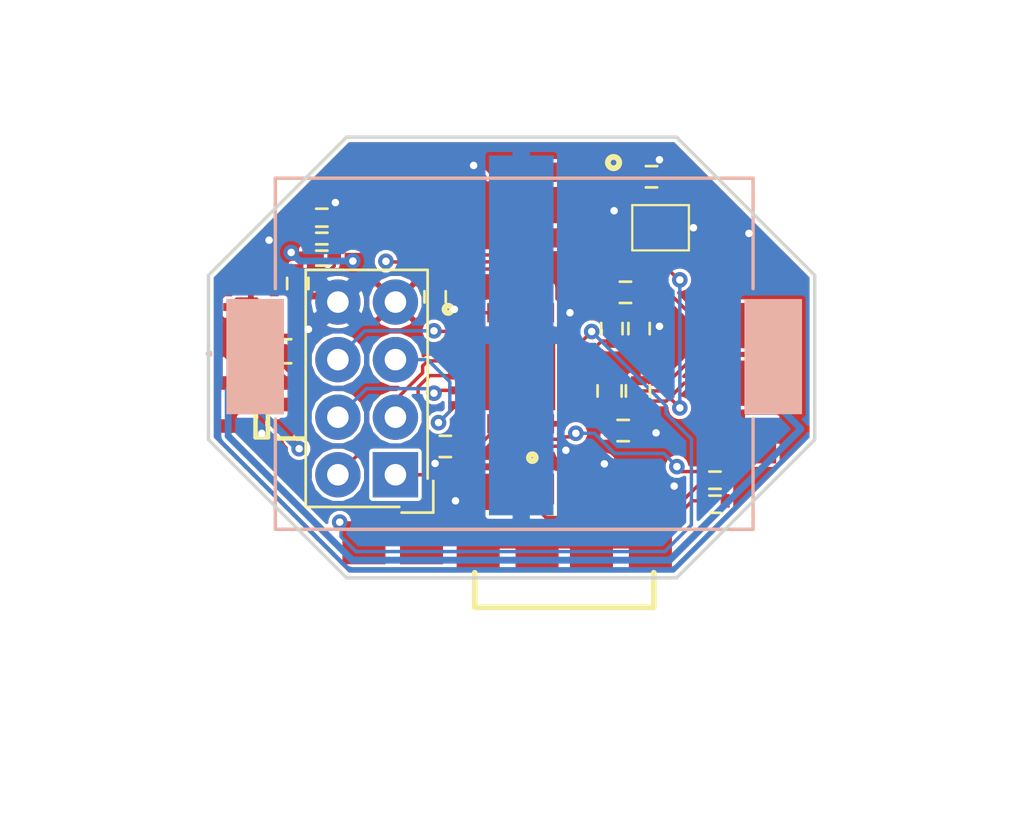
<source format=kicad_pcb>
(kicad_pcb (version 4) (host pcbnew 4.0.5)

  (general
    (links 93)
    (no_connects 0)
    (area 99.174999 70.024999 126.075001 89.625001)
    (thickness 1.6)
    (drawings 8)
    (tracks 323)
    (zones 0)
    (modules 29)
    (nets 30)
  )

  (page A4)
  (layers
    (0 F.Cu signal)
    (31 B.Cu signal)
    (36 B.SilkS user hide)
    (37 F.SilkS user hide)
    (38 B.Mask user)
    (39 F.Mask user hide)
    (40 Dwgs.User user)
    (42 Eco1.User user hide)
    (43 Eco2.User user hide)
    (44 Edge.Cuts user)
  )

  (setup
    (last_trace_width 0.1524)
    (user_trace_width 0.3048)
    (trace_clearance 0.1524)
    (zone_clearance 0.1524)
    (zone_45_only yes)
    (trace_min 0.1524)
    (segment_width 0.2)
    (edge_width 0.15)
    (via_size 0.6858)
    (via_drill 0.3302)
    (via_min_size 0.6858)
    (via_min_drill 0.3302)
    (uvia_size 0.6858)
    (uvia_drill 0.3302)
    (uvias_allowed no)
    (uvia_min_size 0)
    (uvia_min_drill 0)
    (pcb_text_width 0.3)
    (pcb_text_size 1.5 1.5)
    (mod_edge_width 0.15)
    (mod_text_size 1 1)
    (mod_text_width 0.15)
    (pad_size 1.9 1.9)
    (pad_drill 0)
    (pad_to_mask_clearance 0.2)
    (aux_axis_origin 0 0)
    (grid_origin 11.76 9.81)
    (visible_elements 7FFFFF7F)
    (pcbplotparams
      (layerselection 0x00030_80000001)
      (usegerberextensions false)
      (excludeedgelayer true)
      (linewidth 0.100000)
      (plotframeref false)
      (viasonmask false)
      (mode 1)
      (useauxorigin false)
      (hpglpennumber 1)
      (hpglpenspeed 20)
      (hpglpendiameter 15)
      (hpglpenoverlay 2)
      (psnegative false)
      (psa4output false)
      (plotreference true)
      (plotvalue true)
      (plotinvisibletext false)
      (padsonsilk false)
      (subtractmaskfromsilk false)
      (outputformat 1)
      (mirror false)
      (drillshape 1)
      (scaleselection 1)
      (outputdirectory ""))
  )

  (net 0 "")
  (net 1 "Net-(IC1-Pad19)")
  (net 2 "Net-(IC1-Pad20)")
  (net 3 "Net-(IC1-Pad21)")
  (net 4 GND)
  (net 5 "Net-(IC2-Pad3)")
  (net 6 "Net-(IC2-Pad4)")
  (net 7 VCC)
  (net 8 "Net-(C2-Pad1)")
  (net 9 MOSI)
  (net 10 MISO)
  (net 11 SCK)
  (net 12 CSN)
  (net 13 SDA)
  (net 14 SCL)
  (net 15 IRQ)
  (net 16 CE)
  (net 17 "Net-(C5-Pad1)")
  (net 18 "Net-(C8-Pad2)")
  (net 19 "Net-(C10-Pad2)")
  (net 20 "Net-(P4-Pad2)")
  (net 21 "Net-(P4-Pad3)")
  (net 22 "Net-(P4-Pad4)")
  (net 23 +BATT)
  (net 24 "Net-(IC4-Pad4)")
  (net 25 "Net-(U3-Pad3)")
  (net 26 "Net-(U3-Pad2)")
  (net 27 "Net-(U3-Pad7)")
  (net 28 "Net-(IC1-Pad17)")
  (net 29 "Net-(IC1-Pad11)")

  (net_class Default "This is the default net class."
    (clearance 0.1524)
    (trace_width 0.1524)
    (via_dia 0.6858)
    (via_drill 0.3302)
    (uvia_dia 0.6858)
    (uvia_drill 0.3302)
    (add_net +BATT)
    (add_net CE)
    (add_net CSN)
    (add_net GND)
    (add_net IRQ)
    (add_net MISO)
    (add_net MOSI)
    (add_net "Net-(C10-Pad2)")
    (add_net "Net-(C2-Pad1)")
    (add_net "Net-(C5-Pad1)")
    (add_net "Net-(C8-Pad2)")
    (add_net "Net-(IC1-Pad11)")
    (add_net "Net-(IC1-Pad17)")
    (add_net "Net-(IC1-Pad19)")
    (add_net "Net-(IC1-Pad20)")
    (add_net "Net-(IC1-Pad21)")
    (add_net "Net-(IC2-Pad3)")
    (add_net "Net-(IC2-Pad4)")
    (add_net "Net-(IC4-Pad4)")
    (add_net "Net-(P4-Pad2)")
    (add_net "Net-(P4-Pad3)")
    (add_net "Net-(P4-Pad4)")
    (add_net "Net-(U3-Pad2)")
    (add_net "Net-(U3-Pad3)")
    (add_net "Net-(U3-Pad7)")
    (add_net SCK)
    (add_net SCL)
    (add_net SDA)
    (add_net VCC)
  )

  (module Connectors_Samtec:SDL-108-X-XX_2x04 (layer F.Cu) (tedit 5A3D7193) (tstamp 5A3C3320)
    (at 107.5 85 180)
    (descr "Double row, low profile, screw machine socket strip, through hole, 100mil / 2.54mm pitch")
    (tags "samtec socket strip tht dual")
    (path /5A3C74C3)
    (fp_text reference P2 (at -2.27 3.81 270) (layer F.SilkS) hide
      (effects (font (size 1 1) (thickness 0.15)))
    )
    (fp_text value CONN_02X04 (at 4.81 3.81 270) (layer F.Fab) hide
      (effects (font (size 1 1) (thickness 0.15)))
    )
    (fp_line (start -0.17 -1.42) (end 3.96 -1.42) (layer F.SilkS) (width 0.12))
    (fp_line (start 3.96 -1.42) (end 3.96 9.04) (layer F.SilkS) (width 0.12))
    (fp_line (start 3.96 9.04) (end -1.42 9.04) (layer F.SilkS) (width 0.12))
    (fp_line (start -1.42 9.04) (end -1.42 -0.17) (layer F.SilkS) (width 0.12))
    (fp_line (start -0.27 -1.67) (end -1.67 -1.67) (layer F.SilkS) (width 0.12))
    (fp_line (start -1.67 -1.67) (end -1.67 -0.27) (layer F.SilkS) (width 0.12))
    (fp_line (start -0.27 -1.67) (end -1.67 -1.67) (layer F.Fab) (width 0.1))
    (fp_line (start -1.67 -1.67) (end -1.67 -0.27) (layer F.Fab) (width 0.1))
    (fp_line (start -1.27 -1.27) (end -1.27 8.89) (layer F.Fab) (width 0.1))
    (fp_line (start -1.27 8.89) (end 3.81 8.89) (layer F.Fab) (width 0.1))
    (fp_line (start 3.81 8.89) (end 3.81 -1.27) (layer F.Fab) (width 0.1))
    (fp_line (start 3.81 -1.27) (end -1.27 -1.27) (layer F.Fab) (width 0.1))
    (fp_line (start -1.77 -1.77) (end -1.77 9.39) (layer F.CrtYd) (width 0.05))
    (fp_line (start -1.77 9.39) (end 4.31 9.39) (layer F.CrtYd) (width 0.05))
    (fp_line (start 4.31 9.39) (end 4.31 -1.77) (layer F.CrtYd) (width 0.05))
    (fp_line (start 4.31 -1.77) (end -1.77 -1.77) (layer F.CrtYd) (width 0.05))
    (fp_line (start -1.27 1.27) (end -1.07 1.27) (layer F.Fab) (width 0.1))
    (fp_line (start 3.81 1.27) (end 3.61 1.27) (layer F.Fab) (width 0.1))
    (fp_line (start -1.27 3.81) (end -1.07 3.81) (layer F.Fab) (width 0.1))
    (fp_line (start 3.81 3.81) (end 3.61 3.81) (layer F.Fab) (width 0.1))
    (fp_line (start -1.27 6.35) (end -1.07 6.35) (layer F.Fab) (width 0.1))
    (fp_line (start 3.81 6.35) (end 3.61 6.35) (layer F.Fab) (width 0.1))
    (fp_line (start -1.27 8.89) (end -1.07 8.89) (layer F.Fab) (width 0.1))
    (fp_line (start 3.81 8.89) (end 3.61 8.89) (layer F.Fab) (width 0.1))
    (fp_text user %R (at 1.27 3.81 270) (layer F.Fab)
      (effects (font (size 1 1) (thickness 0.15)))
    )
    (pad 1 thru_hole rect (at 0 0 180) (size 2 2) (drill 0.95) (layers *.Cu *.Mask)
      (net 15 IRQ))
    (pad 3 thru_hole circle (at 0 2.54 180) (size 2 2) (drill 0.95) (layers *.Cu *.Mask)
      (net 9 MOSI))
    (pad 5 thru_hole circle (at 0 5.08 180) (size 2 2) (drill 0.95) (layers *.Cu *.Mask)
      (net 12 CSN))
    (pad 7 thru_hole circle (at 0 7.62 180) (size 2 2) (drill 0.95) (layers *.Cu *.Mask)
      (net 7 VCC))
    (pad 2 thru_hole circle (at 2.54 0 180) (size 2 2) (drill 0.95) (layers *.Cu *.Mask)
      (net 10 MISO))
    (pad 4 thru_hole circle (at 2.54 2.54 180) (size 2 2) (drill 0.95) (layers *.Cu *.Mask)
      (net 11 SCK))
    (pad 6 thru_hole circle (at 2.54 5.08 180) (size 2 2) (drill 0.95) (layers *.Cu *.Mask)
      (net 16 CE))
    (pad 8 thru_hole circle (at 2.54 7.62 180) (size 2 2) (drill 0.95) (layers *.Cu *.Mask)
      (net 4 GND))
    (model ${KISYS3DMOD}/Connectors_Samtec.3dshapes/SDL-108-X-XX_2x04.wrl
      (at (xyz 0 0 0))
      (scale (xyz 1 1 1))
      (rotate (xyz 0 0 0))
    )
  )

  (module 10118192-0001LF:10118192-0001LF (layer F.Cu) (tedit 5A4D5555) (tstamp 5A3D5F13)
    (at 111 90.85)
    (descr 10118192-0001LF)
    (tags Connector)
    (path /5A3D96DA)
    (attr smd)
    (fp_text reference P4 (at 3.556 -4.064) (layer F.SilkS) hide
      (effects (font (size 1.27 1.27) (thickness 0.254)))
    )
    (fp_text value USB_OTG (at 3.556 -4.064) (layer F.SilkS) hide
      (effects (font (size 1.27 1.27) (thickness 0.254)))
    )
    (fp_line (start 0 -5.67) (end 7.9 -5.67) (layer Dwgs.User) (width 0.254))
    (fp_line (start 7.9 -5.67) (end 7.9 0) (layer Dwgs.User) (width 0.254))
    (fp_line (start 7.9 0) (end 0 0) (layer Dwgs.User) (width 0.254))
    (fp_line (start 0 0) (end 0 -5.67) (layer Dwgs.User) (width 0.254))
    (fp_line (start 7.9 0) (end 0 0) (layer F.SilkS) (width 0.254))
    (fp_line (start 0 0) (end 0 -1.524) (layer F.SilkS) (width 0.254))
    (fp_line (start 7.9 0) (end 7.9 -1.524) (layer F.SilkS) (width 0.254))
    (fp_circle (center 2.54 -6.604) (end 2.5146 -6.604) (layer F.SilkS) (width 0.254))
    (pad 1 smd rect (at 2.65 -5.22) (size 0.4 1.35) (layers F.Cu F.Mask)
      (net 18 "Net-(C8-Pad2)"))
    (pad 2 smd rect (at 3.3 -5.22) (size 0.4 1.35) (layers F.Cu F.Mask)
      (net 20 "Net-(P4-Pad2)"))
    (pad 3 smd rect (at 3.95 -5.22) (size 0.4 1.35) (layers F.Cu F.Mask)
      (net 21 "Net-(P4-Pad3)"))
    (pad 4 smd rect (at 4.6 -5.22) (size 0.4 1.35) (layers F.Cu F.Mask)
      (net 22 "Net-(P4-Pad4)"))
    (pad 5 smd rect (at 5.25 -5.22) (size 0.4 1.35) (layers F.Cu F.Mask)
      (net 4 GND))
    (pad 6 smd rect (at 0.85 -5.095 90) (size 1.6 2.1) (layers F.Cu F.Mask)
      (net 4 GND))
    (pad 7 smd rect (at 7.05 -5.095 90) (size 1.6 2.1) (layers F.Cu F.Mask)
      (net 4 GND))
    (pad 8 smd rect (at 2.75 -2.67 90) (size 1.9 1.9) (layers F.Cu F.Mask)
      (net 4 GND))
    (pad 9 smd rect (at 5.15 -2.67 90) (size 1.9 1.9) (layers F.Cu F.Mask)
      (net 4 GND))
    (pad 10 smd rect (at 0.15 -2.67 90) (size 1.9 1.9) (layers F.Cu F.Mask)
      (net 4 GND))
    (pad 11 smd rect (at 7.75 -2.67 90) (size 1.9 1.9) (layers F.Cu F.Mask)
      (net 4 GND))
  )

  (module QFN65P500X500X90-25N (layer F.Cu) (tedit 5A3D71A8) (tstamp 5A3C08C9)
    (at 112.7 80.3)
    (descr QFN24)
    (tags "Integrated Circuit")
    (path /5A39C40B)
    (attr smd)
    (fp_text reference IC1 (at 0 0) (layer F.SilkS) hide
      (effects (font (size 1.27 1.27) (thickness 0.254)))
    )
    (fp_text value EFM32TG108F4-QFN24T (at 0 0) (layer F.SilkS) hide
      (effects (font (size 1.27 1.27) (thickness 0.254)))
    )
    (fp_line (start -3.125 -3.125) (end 3.125 -3.125) (layer Dwgs.User) (width 0.05))
    (fp_line (start 3.125 -3.125) (end 3.125 3.125) (layer Dwgs.User) (width 0.05))
    (fp_line (start 3.125 3.125) (end -3.125 3.125) (layer Dwgs.User) (width 0.05))
    (fp_line (start -3.125 3.125) (end -3.125 -3.125) (layer Dwgs.User) (width 0.05))
    (fp_line (start -2.5 -2.5) (end 2.5 -2.5) (layer Dwgs.User) (width 0.1))
    (fp_line (start 2.5 -2.5) (end 2.5 2.5) (layer Dwgs.User) (width 0.1))
    (fp_line (start 2.5 2.5) (end -2.5 2.5) (layer Dwgs.User) (width 0.1))
    (fp_line (start -2.5 2.5) (end -2.5 -2.5) (layer Dwgs.User) (width 0.1))
    (fp_line (start -2.5 -1.85) (end -1.85 -2.5) (layer Dwgs.User) (width 0.1))
    (fp_circle (center -2.8745 -2.6) (end -2.712 -2.6) (layer F.SilkS) (width 0.254))
    (pad 1 smd rect (at -2.45 -1.625 90) (size 0.35 0.85) (layers F.Cu F.Mask)
      (net 16 CE))
    (pad 2 smd rect (at -2.45 -0.975 90) (size 0.35 0.85) (layers F.Cu F.Mask)
      (net 7 VCC))
    (pad 3 smd rect (at -2.45 -0.325 90) (size 0.35 0.85) (layers F.Cu F.Mask)
      (net 9 MOSI))
    (pad 4 smd rect (at -2.45 0.325 90) (size 0.35 0.85) (layers F.Cu F.Mask)
      (net 10 MISO))
    (pad 5 smd rect (at -2.45 0.975 90) (size 0.35 0.85) (layers F.Cu F.Mask)
      (net 11 SCK))
    (pad 6 smd rect (at -2.45 1.625 90) (size 0.35 0.85) (layers F.Cu F.Mask)
      (net 12 CSN))
    (pad 7 smd rect (at -1.625 2.45) (size 0.35 0.85) (layers F.Cu F.Mask)
      (net 17 "Net-(C5-Pad1)"))
    (pad 8 smd rect (at -0.975 2.45) (size 0.35 0.85) (layers F.Cu F.Mask)
      (net 15 IRQ))
    (pad 9 smd rect (at -0.325 2.45) (size 0.35 0.85) (layers F.Cu F.Mask)
      (net 7 VCC))
    (pad 10 smd rect (at 0.325 2.45) (size 0.35 0.85) (layers F.Cu F.Mask)
      (net 4 GND))
    (pad 11 smd rect (at 0.975 2.45) (size 0.35 0.85) (layers F.Cu F.Mask)
      (net 29 "Net-(IC1-Pad11)"))
    (pad 12 smd rect (at 1.625 2.45) (size 0.35 0.85) (layers F.Cu F.Mask)
      (net 7 VCC))
    (pad 13 smd rect (at 2.45 1.625 90) (size 0.35 0.85) (layers F.Cu F.Mask)
      (net 13 SDA))
    (pad 14 smd rect (at 2.45 0.975 90) (size 0.35 0.85) (layers F.Cu F.Mask)
      (net 14 SCL))
    (pad 15 smd rect (at 2.45 0.325 90) (size 0.35 0.85) (layers F.Cu F.Mask)
      (net 7 VCC))
    (pad 16 smd rect (at 2.45 -0.325 90) (size 0.35 0.85) (layers F.Cu F.Mask)
      (net 8 "Net-(C2-Pad1)"))
    (pad 17 smd rect (at 2.45 -0.975 90) (size 0.35 0.85) (layers F.Cu F.Mask)
      (net 28 "Net-(IC1-Pad17)"))
    (pad 18 smd rect (at 2.45 -1.625 90) (size 0.35 0.85) (layers F.Cu F.Mask)
      (net 4 GND))
    (pad 19 smd rect (at 1.625 -2.45) (size 0.35 0.85) (layers F.Cu F.Mask)
      (net 1 "Net-(IC1-Pad19)"))
    (pad 20 smd rect (at 0.975 -2.45) (size 0.35 0.85) (layers F.Cu F.Mask)
      (net 2 "Net-(IC1-Pad20)"))
    (pad 21 smd rect (at 0.325 -2.45) (size 0.35 0.85) (layers F.Cu F.Mask)
      (net 3 "Net-(IC1-Pad21)"))
    (pad 22 smd rect (at -0.325 -2.45) (size 0.35 0.85) (layers F.Cu F.Mask)
      (net 7 VCC))
    (pad 23 smd rect (at -0.975 -2.45) (size 0.35 0.85) (layers F.Cu F.Mask)
      (net 4 GND))
    (pad 24 smd rect (at -1.625 -2.45) (size 0.35 0.85) (layers F.Cu F.Mask)
      (net 4 GND))
    (pad 25 smd rect (at 0 0) (size 3.7 3.7) (layers F.Cu F.Mask)
      (net 4 GND))
  )

  (module SON100P300X300X80-7N (layer F.Cu) (tedit 5A3D71C0) (tstamp 5A3C08DE)
    (at 115.4 73.1 270)
    (descr "3x3 6-pin DFN_1")
    (tags "Integrated Circuit")
    (path /5A39C3A4)
    (attr smd)
    (fp_text reference IC2 (at 0 0 270) (layer F.SilkS) hide
      (effects (font (size 1.27 1.27) (thickness 0.254)))
    )
    (fp_text value Si7020-A20-GM (at 0 0 270) (layer F.SilkS) hide
      (effects (font (size 1.27 1.27) (thickness 0.254)))
    )
    (fp_line (start -2.125 -1.75) (end 2.125 -1.75) (layer Dwgs.User) (width 0.05))
    (fp_line (start 2.125 -1.75) (end 2.125 1.75) (layer Dwgs.User) (width 0.05))
    (fp_line (start 2.125 1.75) (end -2.125 1.75) (layer Dwgs.User) (width 0.05))
    (fp_line (start -2.125 1.75) (end -2.125 -1.75) (layer Dwgs.User) (width 0.05))
    (fp_line (start -1.5 -1.5) (end 1.5 -1.5) (layer Dwgs.User) (width 0.1))
    (fp_line (start 1.5 -1.5) (end 1.5 1.5) (layer Dwgs.User) (width 0.1))
    (fp_line (start 1.5 1.5) (end -1.5 1.5) (layer Dwgs.User) (width 0.1))
    (fp_line (start -1.5 1.5) (end -1.5 -1.5) (layer Dwgs.User) (width 0.1))
    (fp_line (start -1.5 -0.75) (end -0.75 -1.5) (layer Dwgs.User) (width 0.1))
    (fp_circle (center -1.875 -1.725) (end -1.75 -1.725) (layer F.SilkS) (width 0.254))
    (pad 1 smd rect (at -1.45 -1) (size 0.45 0.85) (layers F.Cu F.Mask)
      (net 13 SDA))
    (pad 2 smd rect (at -1.45 0) (size 0.45 0.85) (layers F.Cu F.Mask)
      (net 4 GND))
    (pad 3 smd rect (at -1.45 1) (size 0.45 0.85) (layers F.Cu F.Mask)
      (net 5 "Net-(IC2-Pad3)"))
    (pad 4 smd rect (at 1.45 1) (size 0.45 0.85) (layers F.Cu F.Mask)
      (net 6 "Net-(IC2-Pad4)"))
    (pad 5 smd rect (at 1.45 0) (size 0.45 0.85) (layers F.Cu F.Mask)
      (net 7 VCC))
    (pad 6 smd rect (at 1.45 -1) (size 0.45 0.85) (layers F.Cu F.Mask)
      (net 14 SCL))
    (pad 7 smd rect (at 0 0 270) (size 1.6 2.5) (layers F.Cu F.Mask)
      (net 4 GND))
  )

  (module 8-PIN-METAL-LID-LGA (layer F.Cu) (tedit 5A3D71C6) (tstamp 5A3C08F2)
    (at 119.2 74.1 270)
    (descr "8-pin metal-lid LGA")
    (tags "Integrated Circuit")
    (path /5A39C4CC)
    (attr smd)
    (fp_text reference IC3 (at 0 0 270) (layer F.SilkS) hide
      (effects (font (size 1.27 1.27) (thickness 0.254)))
    )
    (fp_text value bmp280 (at 0 0 270) (layer F.SilkS) hide
      (effects (font (size 1.27 1.27) (thickness 0.254)))
    )
    (fp_line (start -1 -1.25) (end 1 -1.25) (layer F.SilkS) (width 0.1))
    (fp_line (start 1 -1.25) (end 1 1.25) (layer F.SilkS) (width 0.1))
    (fp_line (start 1 1.25) (end -1 1.25) (layer F.SilkS) (width 0.1))
    (fp_line (start -1 1.25) (end -1 -1.25) (layer F.SilkS) (width 0.1))
    (fp_line (start -1 -1.25) (end 1 -1.25) (layer Dwgs.User) (width 0.1))
    (fp_line (start 1 -1.25) (end 1 1.25) (layer Dwgs.User) (width 0.1))
    (fp_line (start 1 1.25) (end -1 1.25) (layer Dwgs.User) (width 0.1))
    (fp_line (start -1 1.25) (end -1 -1.25) (layer Dwgs.User) (width 0.1))
    (pad 1 smd rect (at 0.8 -0.975) (size 0.35 0.5) (layers F.Cu F.Mask)
      (net 4 GND))
    (pad 2 smd rect (at 0.8 -0.325) (size 0.35 0.5) (layers F.Cu F.Mask)
      (net 7 VCC))
    (pad 3 smd rect (at 0.8 0.325) (size 0.35 0.5) (layers F.Cu F.Mask)
      (net 13 SDA))
    (pad 4 smd rect (at 0.8 0.975) (size 0.35 0.5) (layers F.Cu F.Mask)
      (net 14 SCL))
    (pad 5 smd rect (at -0.8 0.975) (size 0.35 0.5) (layers F.Cu F.Mask)
      (net 7 VCC))
    (pad 6 smd rect (at -0.8 0.325) (size 0.35 0.5) (layers F.Cu F.Mask)
      (net 7 VCC))
    (pad 7 smd rect (at -0.8 -0.325) (size 0.35 0.5) (layers F.Cu F.Mask)
      (net 4 GND))
    (pad 8 smd rect (at -0.8 -0.975) (size 0.35 0.5) (layers F.Cu F.Mask)
      (net 7 VCC))
  )

  (module Capacitors_SMD:C_0402 (layer F.Cu) (tedit 5A3D71A2) (tstamp 5A3C26DB)
    (at 117.55 83.05)
    (descr "Capacitor SMD 0402, reflow soldering, AVX (see smccp.pdf)")
    (tags "capacitor 0402")
    (path /5A3C34A1)
    (attr smd)
    (fp_text reference C1 (at 0.1 0) (layer F.SilkS) hide
      (effects (font (size 1 1) (thickness 0.15)))
    )
    (fp_text value C (at 0 1.27) (layer F.Fab) hide
      (effects (font (size 1 1) (thickness 0.15)))
    )
    (fp_text user %R (at 0.1 0) (layer F.Fab)
      (effects (font (size 1 1) (thickness 0.15)))
    )
    (fp_line (start -0.5 0.25) (end -0.5 -0.25) (layer F.Fab) (width 0.1))
    (fp_line (start 0.5 0.25) (end -0.5 0.25) (layer F.Fab) (width 0.1))
    (fp_line (start 0.5 -0.25) (end 0.5 0.25) (layer F.Fab) (width 0.1))
    (fp_line (start -0.5 -0.25) (end 0.5 -0.25) (layer F.Fab) (width 0.1))
    (fp_line (start 0.25 -0.47) (end -0.25 -0.47) (layer F.SilkS) (width 0.12))
    (fp_line (start -0.25 0.47) (end 0.25 0.47) (layer F.SilkS) (width 0.12))
    (fp_line (start -1 -0.4) (end 1 -0.4) (layer F.CrtYd) (width 0.05))
    (fp_line (start -1 -0.4) (end -1 0.4) (layer F.CrtYd) (width 0.05))
    (fp_line (start 1 0.4) (end 1 -0.4) (layer F.CrtYd) (width 0.05))
    (fp_line (start 1 0.4) (end -1 0.4) (layer F.CrtYd) (width 0.05))
    (pad 1 smd rect (at -0.55 0) (size 0.6 0.5) (layers F.Cu F.Mask)
      (net 7 VCC))
    (pad 2 smd rect (at 0.55 0) (size 0.6 0.5) (layers F.Cu F.Mask)
      (net 4 GND))
    (model Capacitors_SMD.3dshapes/C_0402.wrl
      (at (xyz 0 0 0))
      (scale (xyz 1 1 1))
      (rotate (xyz 0 0 0))
    )
  )

  (module Capacitors_SMD:C_0402 (layer F.Cu) (tedit 5A3D71B9) (tstamp 5A3C26EC)
    (at 117.05 78.55 90)
    (descr "Capacitor SMD 0402, reflow soldering, AVX (see smccp.pdf)")
    (tags "capacitor 0402")
    (path /5A3C1CFA)
    (attr smd)
    (fp_text reference C2 (at -0.1 -0.1 90) (layer F.SilkS) hide
      (effects (font (size 1 1) (thickness 0.15)))
    )
    (fp_text value C (at 0 1.27 90) (layer F.Fab) hide
      (effects (font (size 1 1) (thickness 0.15)))
    )
    (fp_text user %R (at -0.1 -0.1 90) (layer F.Fab)
      (effects (font (size 1 1) (thickness 0.15)))
    )
    (fp_line (start -0.5 0.25) (end -0.5 -0.25) (layer F.Fab) (width 0.1))
    (fp_line (start 0.5 0.25) (end -0.5 0.25) (layer F.Fab) (width 0.1))
    (fp_line (start 0.5 -0.25) (end 0.5 0.25) (layer F.Fab) (width 0.1))
    (fp_line (start -0.5 -0.25) (end 0.5 -0.25) (layer F.Fab) (width 0.1))
    (fp_line (start 0.25 -0.47) (end -0.25 -0.47) (layer F.SilkS) (width 0.12))
    (fp_line (start -0.25 0.47) (end 0.25 0.47) (layer F.SilkS) (width 0.12))
    (fp_line (start -1 -0.4) (end 1 -0.4) (layer F.CrtYd) (width 0.05))
    (fp_line (start -1 -0.4) (end -1 0.4) (layer F.CrtYd) (width 0.05))
    (fp_line (start 1 0.4) (end 1 -0.4) (layer F.CrtYd) (width 0.05))
    (fp_line (start 1 0.4) (end -1 0.4) (layer F.CrtYd) (width 0.05))
    (pad 1 smd rect (at -0.55 0 90) (size 0.6 0.5) (layers F.Cu F.Mask)
      (net 8 "Net-(C2-Pad1)"))
    (pad 2 smd rect (at 0.55 0 90) (size 0.6 0.5) (layers F.Cu F.Mask)
      (net 4 GND))
    (model Capacitors_SMD.3dshapes/C_0402.wrl
      (at (xyz 0 0 0))
      (scale (xyz 1 1 1))
      (rotate (xyz 0 0 0))
    )
  )

  (module Capacitors_SMD:C_0402 (layer F.Cu) (tedit 5A3D71C3) (tstamp 5A3C26FD)
    (at 118.8 71.85)
    (descr "Capacitor SMD 0402, reflow soldering, AVX (see smccp.pdf)")
    (tags "capacitor 0402")
    (path /5A3C29A7)
    (attr smd)
    (fp_text reference C3 (at 0 -0.1) (layer F.SilkS) hide
      (effects (font (size 1 1) (thickness 0.15)))
    )
    (fp_text value C (at 0 1.27) (layer F.Fab) hide
      (effects (font (size 1 1) (thickness 0.15)))
    )
    (fp_text user %R (at 0 -1.27) (layer F.Fab) hide
      (effects (font (size 1 1) (thickness 0.15)))
    )
    (fp_line (start -0.5 0.25) (end -0.5 -0.25) (layer F.Fab) (width 0.1))
    (fp_line (start 0.5 0.25) (end -0.5 0.25) (layer F.Fab) (width 0.1))
    (fp_line (start 0.5 -0.25) (end 0.5 0.25) (layer F.Fab) (width 0.1))
    (fp_line (start -0.5 -0.25) (end 0.5 -0.25) (layer F.Fab) (width 0.1))
    (fp_line (start 0.25 -0.47) (end -0.25 -0.47) (layer F.SilkS) (width 0.12))
    (fp_line (start -0.25 0.47) (end 0.25 0.47) (layer F.SilkS) (width 0.12))
    (fp_line (start -1 -0.4) (end 1 -0.4) (layer F.CrtYd) (width 0.05))
    (fp_line (start -1 -0.4) (end -1 0.4) (layer F.CrtYd) (width 0.05))
    (fp_line (start 1 0.4) (end 1 -0.4) (layer F.CrtYd) (width 0.05))
    (fp_line (start 1 0.4) (end -1 0.4) (layer F.CrtYd) (width 0.05))
    (pad 1 smd rect (at -0.55 0) (size 0.6 0.5) (layers F.Cu F.Mask)
      (net 7 VCC))
    (pad 2 smd rect (at 0.55 0) (size 0.6 0.5) (layers F.Cu F.Mask)
      (net 4 GND))
    (model Capacitors_SMD.3dshapes/C_0402.wrl
      (at (xyz 0 0 0))
      (scale (xyz 1 1 1))
      (rotate (xyz 0 0 0))
    )
  )

  (module Capacitors_SMD:C_0402 (layer F.Cu) (tedit 5A3D71BB) (tstamp 5A3C270E)
    (at 117.65 76.95)
    (descr "Capacitor SMD 0402, reflow soldering, AVX (see smccp.pdf)")
    (tags "capacitor 0402")
    (path /5A3C2BE8)
    (attr smd)
    (fp_text reference C4 (at 0 0) (layer F.SilkS) hide
      (effects (font (size 1 1) (thickness 0.15)))
    )
    (fp_text value C (at 0 1.27) (layer F.Fab) hide
      (effects (font (size 1 1) (thickness 0.15)))
    )
    (fp_text user %R (at 0 -1.27) (layer F.Fab) hide
      (effects (font (size 1 1) (thickness 0.15)))
    )
    (fp_line (start -0.5 0.25) (end -0.5 -0.25) (layer F.Fab) (width 0.1))
    (fp_line (start 0.5 0.25) (end -0.5 0.25) (layer F.Fab) (width 0.1))
    (fp_line (start 0.5 -0.25) (end 0.5 0.25) (layer F.Fab) (width 0.1))
    (fp_line (start -0.5 -0.25) (end 0.5 -0.25) (layer F.Fab) (width 0.1))
    (fp_line (start 0.25 -0.47) (end -0.25 -0.47) (layer F.SilkS) (width 0.12))
    (fp_line (start -0.25 0.47) (end 0.25 0.47) (layer F.SilkS) (width 0.12))
    (fp_line (start -1 -0.4) (end 1 -0.4) (layer F.CrtYd) (width 0.05))
    (fp_line (start -1 -0.4) (end -1 0.4) (layer F.CrtYd) (width 0.05))
    (fp_line (start 1 0.4) (end 1 -0.4) (layer F.CrtYd) (width 0.05))
    (fp_line (start 1 0.4) (end -1 0.4) (layer F.CrtYd) (width 0.05))
    (pad 1 smd rect (at -0.55 0) (size 0.6 0.5) (layers F.Cu F.Mask)
      (net 7 VCC))
    (pad 2 smd rect (at 0.55 0) (size 0.6 0.5) (layers F.Cu F.Mask)
      (net 4 GND))
    (model Capacitors_SMD.3dshapes/C_0402.wrl
      (at (xyz 0 0 0))
      (scale (xyz 1 1 1))
      (rotate (xyz 0 0 0))
    )
  )

  (module footprints:Batt_Neg_Contact (layer B.Cu) (tedit 5A4D4FFF) (tstamp 5A3C271C)
    (at 113.1 81.5)
    (path /5A3C1843)
    (fp_text reference H1 (at 0.65 6.05) (layer B.SilkS) hide
      (effects (font (size 1 1) (thickness 0.15)) (justify mirror))
    )
    (fp_text value Batt_Neg_Contact (at -0.05 7.5) (layer B.Fab) hide
      (effects (font (size 1 1) (thickness 0.15)) (justify mirror))
    )
    (fp_line (start 0 5.35) (end -4.55 5.35) (layer B.CrtYd) (width 0.15))
    (fp_line (start -4.55 5.35) (end -4.55 -8.75) (layer B.CrtYd) (width 0.15))
    (fp_line (start -4.55 -8.75) (end -2 -8.75) (layer B.CrtYd) (width 0.15))
    (fp_line (start -2 -8.75) (end -2 2.15) (layer B.CrtYd) (width 0.15))
    (fp_line (start -2 2.15) (end 2 2.15) (layer B.CrtYd) (width 0.15))
    (fp_line (start 2 2.15) (end 2 -8.75) (layer B.CrtYd) (width 0.15))
    (fp_line (start 2 -8.75) (end 4.55 -8.75) (layer B.CrtYd) (width 0.15))
    (fp_line (start 4.55 -8.75) (end 4.55 5.35) (layer B.CrtYd) (width 0.15))
    (fp_line (start 4.55 5.35) (end 0 5.35) (layer B.CrtYd) (width 0.15))
    (pad 1 smd rect (at -0.05 -2.65) (size 2.85 15.88) (layers B.Cu B.Mask)
      (net 4 GND))
  )

  (module Resistors_SMD:R_0402 (layer F.Cu) (tedit 5A3D71A5) (tstamp 5A3C2BD6)
    (at 116.95 81.3 270)
    (descr "Resistor SMD 0402, reflow soldering, Vishay (see dcrcw.pdf)")
    (tags "resistor 0402")
    (path /5A3CF9F5)
    (attr smd)
    (fp_text reference R1 (at 0 -0.1 270) (layer F.SilkS) hide
      (effects (font (size 1 1) (thickness 0.15)))
    )
    (fp_text value R (at 0 1.45 270) (layer F.Fab) hide
      (effects (font (size 1 1) (thickness 0.15)))
    )
    (fp_text user %R (at 0 -0.1 270) (layer F.Fab)
      (effects (font (size 1 1) (thickness 0.15)))
    )
    (fp_line (start -0.5 0.25) (end -0.5 -0.25) (layer F.Fab) (width 0.1))
    (fp_line (start 0.5 0.25) (end -0.5 0.25) (layer F.Fab) (width 0.1))
    (fp_line (start 0.5 -0.25) (end 0.5 0.25) (layer F.Fab) (width 0.1))
    (fp_line (start -0.5 -0.25) (end 0.5 -0.25) (layer F.Fab) (width 0.1))
    (fp_line (start 0.25 -0.53) (end -0.25 -0.53) (layer F.SilkS) (width 0.12))
    (fp_line (start -0.25 0.53) (end 0.25 0.53) (layer F.SilkS) (width 0.12))
    (fp_line (start -0.8 -0.45) (end 0.8 -0.45) (layer F.CrtYd) (width 0.05))
    (fp_line (start -0.8 -0.45) (end -0.8 0.45) (layer F.CrtYd) (width 0.05))
    (fp_line (start 0.8 0.45) (end 0.8 -0.45) (layer F.CrtYd) (width 0.05))
    (fp_line (start 0.8 0.45) (end -0.8 0.45) (layer F.CrtYd) (width 0.05))
    (pad 1 smd rect (at -0.45 0 270) (size 0.4 0.6) (layers F.Cu F.Mask)
      (net 7 VCC))
    (pad 2 smd rect (at 0.45 0 270) (size 0.4 0.6) (layers F.Cu F.Mask)
      (net 14 SCL))
    (model ${KISYS3DMOD}/Resistors_SMD.3dshapes/R_0402.wrl
      (at (xyz 0 0 0))
      (scale (xyz 1 1 1))
      (rotate (xyz 0 0 0))
    )
  )

  (module Resistors_SMD:R_0402 (layer F.Cu) (tedit 5A3D71AC) (tstamp 5A3C2BE7)
    (at 118.2 81.3 270)
    (descr "Resistor SMD 0402, reflow soldering, Vishay (see dcrcw.pdf)")
    (tags "resistor 0402")
    (path /5A3CFB02)
    (attr smd)
    (fp_text reference R2 (at 0 -0.1 270) (layer F.SilkS) hide
      (effects (font (size 1 1) (thickness 0.15)))
    )
    (fp_text value R (at 1.5 1 270) (layer F.Fab) hide
      (effects (font (size 1 1) (thickness 0.15)))
    )
    (fp_text user %R (at 0 -0.1 270) (layer F.Fab)
      (effects (font (size 1 1) (thickness 0.15)))
    )
    (fp_line (start -0.5 0.25) (end -0.5 -0.25) (layer F.Fab) (width 0.1))
    (fp_line (start 0.5 0.25) (end -0.5 0.25) (layer F.Fab) (width 0.1))
    (fp_line (start 0.5 -0.25) (end 0.5 0.25) (layer F.Fab) (width 0.1))
    (fp_line (start -0.5 -0.25) (end 0.5 -0.25) (layer F.Fab) (width 0.1))
    (fp_line (start 0.25 -0.53) (end -0.25 -0.53) (layer F.SilkS) (width 0.12))
    (fp_line (start -0.25 0.53) (end 0.25 0.53) (layer F.SilkS) (width 0.12))
    (fp_line (start -0.8 -0.45) (end 0.8 -0.45) (layer F.CrtYd) (width 0.05))
    (fp_line (start -0.8 -0.45) (end -0.8 0.45) (layer F.CrtYd) (width 0.05))
    (fp_line (start 0.8 0.45) (end 0.8 -0.45) (layer F.CrtYd) (width 0.05))
    (fp_line (start 0.8 0.45) (end -0.8 0.45) (layer F.CrtYd) (width 0.05))
    (pad 1 smd rect (at -0.45 0 270) (size 0.4 0.6) (layers F.Cu F.Mask)
      (net 7 VCC))
    (pad 2 smd rect (at 0.45 0 270) (size 0.4 0.6) (layers F.Cu F.Mask)
      (net 13 SDA))
    (model ${KISYS3DMOD}/Resistors_SMD.3dshapes/R_0402.wrl
      (at (xyz 0 0 0))
      (scale (xyz 1 1 1))
      (rotate (xyz 0 0 0))
    )
  )

  (module myLibrary:Conn_1x3_SMD (layer F.Cu) (tedit 5A3D718F) (tstamp 5A3C32FB)
    (at 108.9 71.4)
    (path /5A3C554B)
    (fp_text reference P1 (at 0.15 2.1) (layer F.SilkS) hide
      (effects (font (size 1 1) (thickness 0.15)))
    )
    (fp_text value CONN_01X03 (at 0 -0.5) (layer F.Fab) hide
      (effects (font (size 1 1) (thickness 0.15)))
    )
    (fp_line (start -3.7 0.5) (end -3.7 3.8) (layer F.CrtYd) (width 0.15))
    (fp_line (start -3.7 3.8) (end 3.7 3.8) (layer F.CrtYd) (width 0.15))
    (fp_line (start 3.7 3.8) (end 3.65 3.8) (layer F.CrtYd) (width 0.15))
    (fp_line (start 3.65 3.8) (end 3.7 3.8) (layer F.CrtYd) (width 0.15))
    (fp_line (start 3.7 3.8) (end 3.7 0.5) (layer F.CrtYd) (width 0.15))
    (fp_line (start 3.7 0.5) (end -3.7 0.5) (layer F.CrtYd) (width 0.15))
    (pad 2 smd rect (at 0 2.15) (size 2 3) (layers F.Cu F.Mask)
      (net 1 "Net-(IC1-Pad19)"))
    (pad 1 smd rect (at -2.54 2.15) (size 2 3) (layers F.Cu F.Mask)
      (net 2 "Net-(IC1-Pad20)"))
    (pad 3 smd rect (at 2.54 2.15) (size 2 3) (layers F.Cu F.Mask)
      (net 4 GND))
  )

  (module myLibrary:Conn_1x4_SMD (layer F.Cu) (tedit 5A3D71AF) (tstamp 5A3C332C)
    (at 120.9 79.6 90)
    (path /5A3CDF26)
    (fp_text reference P3 (at 0.3 1.8 90) (layer F.SilkS) hide
      (effects (font (size 1 1) (thickness 0.15)))
    )
    (fp_text value CONN_01X04 (at 0 -0.5 90) (layer F.Fab) hide
      (effects (font (size 1 1) (thickness 0.15)))
    )
    (fp_line (start 4.9 0.25) (end -5.05 0.25) (layer F.CrtYd) (width 0.15))
    (fp_line (start -5.05 0.25) (end -5.05 3.55) (layer F.CrtYd) (width 0.15))
    (fp_line (start -5.05 3.55) (end 4.9 3.55) (layer F.CrtYd) (width 0.15))
    (fp_line (start 4.9 0.25) (end 4.9 3.55) (layer F.CrtYd) (width 0.15))
    (pad 4 smd rect (at 3.72 1.9 90) (size 2 3) (layers F.Cu F.Mask)
      (net 4 GND))
    (pad 1 smd rect (at -3.9 1.9 90) (size 2 3) (layers F.Cu F.Mask)
      (net 7 VCC))
    (pad 2 smd rect (at -1.36 1.9 90) (size 2 3) (layers F.Cu F.Mask)
      (net 13 SDA))
    (pad 3 smd rect (at 1.18 1.9 90) (size 2 3) (layers F.Cu F.Mask)
      (net 14 SCL))
  )

  (module Capacitors_SMD:C_0402 (layer F.Cu) (tedit 5A3D719A) (tstamp 5A3D39FC)
    (at 109.7 83.75 180)
    (descr "Capacitor SMD 0402, reflow soldering, AVX (see smccp.pdf)")
    (tags "capacitor 0402")
    (path /5A3D4E1C)
    (attr smd)
    (fp_text reference C5 (at 0 -1.27 180) (layer F.SilkS) hide
      (effects (font (size 1 1) (thickness 0.15)))
    )
    (fp_text value C (at 0 1.27 180) (layer F.Fab) hide
      (effects (font (size 1 1) (thickness 0.15)))
    )
    (fp_text user %R (at 0 -1.27 180) (layer F.Fab)
      (effects (font (size 1 1) (thickness 0.15)))
    )
    (fp_line (start -0.5 0.25) (end -0.5 -0.25) (layer F.Fab) (width 0.1))
    (fp_line (start 0.5 0.25) (end -0.5 0.25) (layer F.Fab) (width 0.1))
    (fp_line (start 0.5 -0.25) (end 0.5 0.25) (layer F.Fab) (width 0.1))
    (fp_line (start -0.5 -0.25) (end 0.5 -0.25) (layer F.Fab) (width 0.1))
    (fp_line (start 0.25 -0.47) (end -0.25 -0.47) (layer F.SilkS) (width 0.12))
    (fp_line (start -0.25 0.47) (end 0.25 0.47) (layer F.SilkS) (width 0.12))
    (fp_line (start -1 -0.4) (end 1 -0.4) (layer F.CrtYd) (width 0.05))
    (fp_line (start -1 -0.4) (end -1 0.4) (layer F.CrtYd) (width 0.05))
    (fp_line (start 1 0.4) (end 1 -0.4) (layer F.CrtYd) (width 0.05))
    (fp_line (start 1 0.4) (end -1 0.4) (layer F.CrtYd) (width 0.05))
    (pad 1 smd rect (at -0.55 0 180) (size 0.6 0.5) (layers F.Cu F.Mask)
      (net 17 "Net-(C5-Pad1)"))
    (pad 2 smd rect (at 0.55 0 180) (size 0.6 0.5) (layers F.Cu F.Mask)
      (net 4 GND))
    (model Capacitors_SMD.3dshapes/C_0402.wrl
      (at (xyz 0 0 0))
      (scale (xyz 1 1 1))
      (rotate (xyz 0 0 0))
    )
  )

  (module Capacitors_SMD:C_0402 (layer F.Cu) (tedit 5A3D718B) (tstamp 5A3D3BD1)
    (at 109.25 77.15 270)
    (descr "Capacitor SMD 0402, reflow soldering, AVX (see smccp.pdf)")
    (tags "capacitor 0402")
    (path /5A3D5872)
    (attr smd)
    (fp_text reference C6 (at 0 -1.27 270) (layer F.SilkS) hide
      (effects (font (size 1 1) (thickness 0.15)))
    )
    (fp_text value C (at 0 1.27 270) (layer F.Fab) hide
      (effects (font (size 1 1) (thickness 0.15)))
    )
    (fp_text user %R (at 0 -1.27 270) (layer F.Fab)
      (effects (font (size 1 1) (thickness 0.15)))
    )
    (fp_line (start -0.5 0.25) (end -0.5 -0.25) (layer F.Fab) (width 0.1))
    (fp_line (start 0.5 0.25) (end -0.5 0.25) (layer F.Fab) (width 0.1))
    (fp_line (start 0.5 -0.25) (end 0.5 0.25) (layer F.Fab) (width 0.1))
    (fp_line (start -0.5 -0.25) (end 0.5 -0.25) (layer F.Fab) (width 0.1))
    (fp_line (start 0.25 -0.47) (end -0.25 -0.47) (layer F.SilkS) (width 0.12))
    (fp_line (start -0.25 0.47) (end 0.25 0.47) (layer F.SilkS) (width 0.12))
    (fp_line (start -1 -0.4) (end 1 -0.4) (layer F.CrtYd) (width 0.05))
    (fp_line (start -1 -0.4) (end -1 0.4) (layer F.CrtYd) (width 0.05))
    (fp_line (start 1 0.4) (end 1 -0.4) (layer F.CrtYd) (width 0.05))
    (fp_line (start 1 0.4) (end -1 0.4) (layer F.CrtYd) (width 0.05))
    (pad 1 smd rect (at -0.55 0 270) (size 0.6 0.5) (layers F.Cu F.Mask)
      (net 7 VCC))
    (pad 2 smd rect (at 0.55 0 270) (size 0.6 0.5) (layers F.Cu F.Mask)
      (net 4 GND))
    (model Capacitors_SMD.3dshapes/C_0402.wrl
      (at (xyz 0 0 0))
      (scale (xyz 1 1 1))
      (rotate (xyz 0 0 0))
    )
  )

  (module Capacitors_SMD:C_0402 (layer F.Cu) (tedit 5A3D71B6) (tstamp 5A3D3FE0)
    (at 118.25 78.55 90)
    (descr "Capacitor SMD 0402, reflow soldering, AVX (see smccp.pdf)")
    (tags "capacitor 0402")
    (path /5A3D8390)
    (attr smd)
    (fp_text reference C7 (at 0 -1.27 90) (layer F.SilkS) hide
      (effects (font (size 1 1) (thickness 0.15)))
    )
    (fp_text value C (at 0 1.27 90) (layer F.Fab) hide
      (effects (font (size 1 1) (thickness 0.15)))
    )
    (fp_text user %R (at 0 -1.27 90) (layer F.Fab)
      (effects (font (size 1 1) (thickness 0.15)))
    )
    (fp_line (start -0.5 0.25) (end -0.5 -0.25) (layer F.Fab) (width 0.1))
    (fp_line (start 0.5 0.25) (end -0.5 0.25) (layer F.Fab) (width 0.1))
    (fp_line (start 0.5 -0.25) (end 0.5 0.25) (layer F.Fab) (width 0.1))
    (fp_line (start -0.5 -0.25) (end 0.5 -0.25) (layer F.Fab) (width 0.1))
    (fp_line (start 0.25 -0.47) (end -0.25 -0.47) (layer F.SilkS) (width 0.12))
    (fp_line (start -0.25 0.47) (end 0.25 0.47) (layer F.SilkS) (width 0.12))
    (fp_line (start -1 -0.4) (end 1 -0.4) (layer F.CrtYd) (width 0.05))
    (fp_line (start -1 -0.4) (end -1 0.4) (layer F.CrtYd) (width 0.05))
    (fp_line (start 1 0.4) (end 1 -0.4) (layer F.CrtYd) (width 0.05))
    (fp_line (start 1 0.4) (end -1 0.4) (layer F.CrtYd) (width 0.05))
    (pad 1 smd rect (at -0.55 0 90) (size 0.6 0.5) (layers F.Cu F.Mask)
      (net 7 VCC))
    (pad 2 smd rect (at 0.55 0 90) (size 0.6 0.5) (layers F.Cu F.Mask)
      (net 4 GND))
    (model Capacitors_SMD.3dshapes/C_0402.wrl
      (at (xyz 0 0 0))
      (scale (xyz 1 1 1))
      (rotate (xyz 0 0 0))
    )
  )

  (module Capacitors_SMD:C_0402 (layer F.Cu) (tedit 5A3D7175) (tstamp 5A3D5EF8)
    (at 100.45 79.55 180)
    (descr "Capacitor SMD 0402, reflow soldering, AVX (see smccp.pdf)")
    (tags "capacitor 0402")
    (path /5A3DB657)
    (attr smd)
    (fp_text reference C8 (at 0 -1.27 180) (layer F.SilkS) hide
      (effects (font (size 1 1) (thickness 0.15)))
    )
    (fp_text value 4.7u (at 0 1.27 180) (layer F.Fab) hide
      (effects (font (size 1 1) (thickness 0.15)))
    )
    (fp_text user %R (at 0 -1.27 180) (layer F.Fab)
      (effects (font (size 1 1) (thickness 0.15)))
    )
    (fp_line (start -0.5 0.25) (end -0.5 -0.25) (layer F.Fab) (width 0.1))
    (fp_line (start 0.5 0.25) (end -0.5 0.25) (layer F.Fab) (width 0.1))
    (fp_line (start 0.5 -0.25) (end 0.5 0.25) (layer F.Fab) (width 0.1))
    (fp_line (start -0.5 -0.25) (end 0.5 -0.25) (layer F.Fab) (width 0.1))
    (fp_line (start 0.25 -0.47) (end -0.25 -0.47) (layer F.SilkS) (width 0.12))
    (fp_line (start -0.25 0.47) (end 0.25 0.47) (layer F.SilkS) (width 0.12))
    (fp_line (start -1 -0.4) (end 1 -0.4) (layer F.CrtYd) (width 0.05))
    (fp_line (start -1 -0.4) (end -1 0.4) (layer F.CrtYd) (width 0.05))
    (fp_line (start 1 0.4) (end 1 -0.4) (layer F.CrtYd) (width 0.05))
    (fp_line (start 1 0.4) (end -1 0.4) (layer F.CrtYd) (width 0.05))
    (pad 1 smd rect (at -0.55 0 180) (size 0.6 0.5) (layers F.Cu F.Mask)
      (net 4 GND))
    (pad 2 smd rect (at 0.55 0 180) (size 0.6 0.5) (layers F.Cu F.Mask)
      (net 18 "Net-(C8-Pad2)"))
    (model Capacitors_SMD.3dshapes/C_0402.wrl
      (at (xyz 0 0 0))
      (scale (xyz 1 1 1))
      (rotate (xyz 0 0 0))
    )
  )

  (module Capacitors_SMD:C_0402 (layer F.Cu) (tedit 5A3D7184) (tstamp 5A3D5EFE)
    (at 103.19 76.56 90)
    (descr "Capacitor SMD 0402, reflow soldering, AVX (see smccp.pdf)")
    (tags "capacitor 0402")
    (path /5A3DC4A6)
    (attr smd)
    (fp_text reference C9 (at 0 -1.27 90) (layer F.SilkS) hide
      (effects (font (size 1 1) (thickness 0.15)))
    )
    (fp_text value 10u (at 0 1.27 90) (layer F.Fab) hide
      (effects (font (size 1 1) (thickness 0.15)))
    )
    (fp_text user %R (at 0 -1.27 90) (layer F.Fab)
      (effects (font (size 1 1) (thickness 0.15)))
    )
    (fp_line (start -0.5 0.25) (end -0.5 -0.25) (layer F.Fab) (width 0.1))
    (fp_line (start 0.5 0.25) (end -0.5 0.25) (layer F.Fab) (width 0.1))
    (fp_line (start 0.5 -0.25) (end 0.5 0.25) (layer F.Fab) (width 0.1))
    (fp_line (start -0.5 -0.25) (end 0.5 -0.25) (layer F.Fab) (width 0.1))
    (fp_line (start 0.25 -0.47) (end -0.25 -0.47) (layer F.SilkS) (width 0.12))
    (fp_line (start -0.25 0.47) (end 0.25 0.47) (layer F.SilkS) (width 0.12))
    (fp_line (start -1 -0.4) (end 1 -0.4) (layer F.CrtYd) (width 0.05))
    (fp_line (start -1 -0.4) (end -1 0.4) (layer F.CrtYd) (width 0.05))
    (fp_line (start 1 0.4) (end 1 -0.4) (layer F.CrtYd) (width 0.05))
    (fp_line (start 1 0.4) (end -1 0.4) (layer F.CrtYd) (width 0.05))
    (pad 1 smd rect (at -0.55 0 90) (size 0.6 0.5) (layers F.Cu F.Mask)
      (net 4 GND))
    (pad 2 smd rect (at 0.55 0 90) (size 0.6 0.5) (layers F.Cu F.Mask)
      (net 7 VCC))
    (model Capacitors_SMD.3dshapes/C_0402.wrl
      (at (xyz 0 0 0))
      (scale (xyz 1 1 1))
      (rotate (xyz 0 0 0))
    )
  )

  (module Capacitors_SMD:C_0402 (layer F.Cu) (tedit 5A3D7170) (tstamp 5A3D5F04)
    (at 104.25 75.3)
    (descr "Capacitor SMD 0402, reflow soldering, AVX (see smccp.pdf)")
    (tags "capacitor 0402")
    (path /5A3DC41E)
    (attr smd)
    (fp_text reference C10 (at 0 -1.27) (layer F.SilkS) hide
      (effects (font (size 1 1) (thickness 0.15)))
    )
    (fp_text value 75p (at 0 1.27) (layer F.Fab) hide
      (effects (font (size 1 1) (thickness 0.15)))
    )
    (fp_text user %R (at 0 -1.27) (layer F.Fab)
      (effects (font (size 1 1) (thickness 0.15)))
    )
    (fp_line (start -0.5 0.25) (end -0.5 -0.25) (layer F.Fab) (width 0.1))
    (fp_line (start 0.5 0.25) (end -0.5 0.25) (layer F.Fab) (width 0.1))
    (fp_line (start 0.5 -0.25) (end 0.5 0.25) (layer F.Fab) (width 0.1))
    (fp_line (start -0.5 -0.25) (end 0.5 -0.25) (layer F.Fab) (width 0.1))
    (fp_line (start 0.25 -0.47) (end -0.25 -0.47) (layer F.SilkS) (width 0.12))
    (fp_line (start -0.25 0.47) (end 0.25 0.47) (layer F.SilkS) (width 0.12))
    (fp_line (start -1 -0.4) (end 1 -0.4) (layer F.CrtYd) (width 0.05))
    (fp_line (start -1 -0.4) (end -1 0.4) (layer F.CrtYd) (width 0.05))
    (fp_line (start 1 0.4) (end 1 -0.4) (layer F.CrtYd) (width 0.05))
    (fp_line (start 1 0.4) (end -1 0.4) (layer F.CrtYd) (width 0.05))
    (pad 1 smd rect (at -0.55 0) (size 0.6 0.5) (layers F.Cu F.Mask)
      (net 7 VCC))
    (pad 2 smd rect (at 0.55 0) (size 0.6 0.5) (layers F.Cu F.Mask)
      (net 19 "Net-(C10-Pad2)"))
    (model Capacitors_SMD.3dshapes/C_0402.wrl
      (at (xyz 0 0 0))
      (scale (xyz 1 1 1))
      (rotate (xyz 0 0 0))
    )
  )

  (module Resistors_SMD:R_0402 (layer F.Cu) (tedit 5A3D7182) (tstamp 5A3D5F19)
    (at 102.65 79.55)
    (descr "Resistor SMD 0402, reflow soldering, Vishay (see dcrcw.pdf)")
    (tags "resistor 0402")
    (path /5A3D9D4F)
    (attr smd)
    (fp_text reference R3 (at 0 -1.35) (layer F.SilkS) hide
      (effects (font (size 1 1) (thickness 0.15)))
    )
    (fp_text value 10M (at 0 1.45) (layer F.Fab) hide
      (effects (font (size 1 1) (thickness 0.15)))
    )
    (fp_text user %R (at 0 -1.35) (layer F.Fab)
      (effects (font (size 1 1) (thickness 0.15)))
    )
    (fp_line (start -0.5 0.25) (end -0.5 -0.25) (layer F.Fab) (width 0.1))
    (fp_line (start 0.5 0.25) (end -0.5 0.25) (layer F.Fab) (width 0.1))
    (fp_line (start 0.5 -0.25) (end 0.5 0.25) (layer F.Fab) (width 0.1))
    (fp_line (start -0.5 -0.25) (end 0.5 -0.25) (layer F.Fab) (width 0.1))
    (fp_line (start 0.25 -0.53) (end -0.25 -0.53) (layer F.SilkS) (width 0.12))
    (fp_line (start -0.25 0.53) (end 0.25 0.53) (layer F.SilkS) (width 0.12))
    (fp_line (start -0.8 -0.45) (end 0.8 -0.45) (layer F.CrtYd) (width 0.05))
    (fp_line (start -0.8 -0.45) (end -0.8 0.45) (layer F.CrtYd) (width 0.05))
    (fp_line (start 0.8 0.45) (end 0.8 -0.45) (layer F.CrtYd) (width 0.05))
    (fp_line (start 0.8 0.45) (end -0.8 0.45) (layer F.CrtYd) (width 0.05))
    (pad 1 smd rect (at -0.45 0) (size 0.4 0.6) (layers F.Cu F.Mask)
      (net 23 +BATT))
    (pad 2 smd rect (at 0.45 0) (size 0.4 0.6) (layers F.Cu F.Mask)
      (net 4 GND))
    (model ${KISYS3DMOD}/Resistors_SMD.3dshapes/R_0402.wrl
      (at (xyz 0 0 0))
      (scale (xyz 1 1 1))
      (rotate (xyz 0 0 0))
    )
  )

  (module Resistors_SMD:R_0402 (layer F.Cu) (tedit 5A3D716E) (tstamp 5A3D5F1F)
    (at 104.25 74.58 180)
    (descr "Resistor SMD 0402, reflow soldering, Vishay (see dcrcw.pdf)")
    (tags "resistor 0402")
    (path /5A3DC04A)
    (attr smd)
    (fp_text reference R4 (at 0 -1.35 180) (layer F.SilkS) hide
      (effects (font (size 1 1) (thickness 0.15)))
    )
    (fp_text value 600k (at 0 1.45 180) (layer F.Fab) hide
      (effects (font (size 1 1) (thickness 0.15)))
    )
    (fp_text user %R (at 0 -1.35 180) (layer F.Fab)
      (effects (font (size 1 1) (thickness 0.15)))
    )
    (fp_line (start -0.5 0.25) (end -0.5 -0.25) (layer F.Fab) (width 0.1))
    (fp_line (start 0.5 0.25) (end -0.5 0.25) (layer F.Fab) (width 0.1))
    (fp_line (start 0.5 -0.25) (end 0.5 0.25) (layer F.Fab) (width 0.1))
    (fp_line (start -0.5 -0.25) (end 0.5 -0.25) (layer F.Fab) (width 0.1))
    (fp_line (start 0.25 -0.53) (end -0.25 -0.53) (layer F.SilkS) (width 0.12))
    (fp_line (start -0.25 0.53) (end 0.25 0.53) (layer F.SilkS) (width 0.12))
    (fp_line (start -0.8 -0.45) (end 0.8 -0.45) (layer F.CrtYd) (width 0.05))
    (fp_line (start -0.8 -0.45) (end -0.8 0.45) (layer F.CrtYd) (width 0.05))
    (fp_line (start 0.8 0.45) (end 0.8 -0.45) (layer F.CrtYd) (width 0.05))
    (fp_line (start 0.8 0.45) (end -0.8 0.45) (layer F.CrtYd) (width 0.05))
    (pad 1 smd rect (at -0.45 0 180) (size 0.4 0.6) (layers F.Cu F.Mask)
      (net 19 "Net-(C10-Pad2)"))
    (pad 2 smd rect (at 0.45 0 180) (size 0.4 0.6) (layers F.Cu F.Mask)
      (net 7 VCC))
    (model ${KISYS3DMOD}/Resistors_SMD.3dshapes/R_0402.wrl
      (at (xyz 0 0 0))
      (scale (xyz 1 1 1))
      (rotate (xyz 0 0 0))
    )
  )

  (module Resistors_SMD:R_0402 (layer F.Cu) (tedit 5A3D716B) (tstamp 5A3D5F25)
    (at 104.25 73.79 180)
    (descr "Resistor SMD 0402, reflow soldering, Vishay (see dcrcw.pdf)")
    (tags "resistor 0402")
    (path /5A3DC2F7)
    (attr smd)
    (fp_text reference R5 (at 0 -1.35 180) (layer F.SilkS) hide
      (effects (font (size 1 1) (thickness 0.15)))
    )
    (fp_text value 400k (at 0 1.45 180) (layer F.Fab) hide
      (effects (font (size 1 1) (thickness 0.15)))
    )
    (fp_text user %R (at 0 -1.35 180) (layer F.Fab)
      (effects (font (size 1 1) (thickness 0.15)))
    )
    (fp_line (start -0.5 0.25) (end -0.5 -0.25) (layer F.Fab) (width 0.1))
    (fp_line (start 0.5 0.25) (end -0.5 0.25) (layer F.Fab) (width 0.1))
    (fp_line (start 0.5 -0.25) (end 0.5 0.25) (layer F.Fab) (width 0.1))
    (fp_line (start -0.5 -0.25) (end 0.5 -0.25) (layer F.Fab) (width 0.1))
    (fp_line (start 0.25 -0.53) (end -0.25 -0.53) (layer F.SilkS) (width 0.12))
    (fp_line (start -0.25 0.53) (end 0.25 0.53) (layer F.SilkS) (width 0.12))
    (fp_line (start -0.8 -0.45) (end 0.8 -0.45) (layer F.CrtYd) (width 0.05))
    (fp_line (start -0.8 -0.45) (end -0.8 0.45) (layer F.CrtYd) (width 0.05))
    (fp_line (start 0.8 0.45) (end 0.8 -0.45) (layer F.CrtYd) (width 0.05))
    (fp_line (start 0.8 0.45) (end -0.8 0.45) (layer F.CrtYd) (width 0.05))
    (pad 1 smd rect (at -0.45 0 180) (size 0.4 0.6) (layers F.Cu F.Mask)
      (net 19 "Net-(C10-Pad2)"))
    (pad 2 smd rect (at 0.45 0 180) (size 0.4 0.6) (layers F.Cu F.Mask)
      (net 4 GND))
    (model ${KISYS3DMOD}/Resistors_SMD.3dshapes/R_0402.wrl
      (at (xyz 0 0 0))
      (scale (xyz 1 1 1))
      (rotate (xyz 0 0 0))
    )
  )

  (module MAX40200AUK+T:SOT95P280X145-5N (layer F.Cu) (tedit 5A3D7179) (tstamp 5A3D6179)
    (at 101.6 81.9 180)
    (descr "MAX 21-0057")
    (tags "Integrated Circuit")
    (path /5A3D90ED)
    (attr smd)
    (fp_text reference IC4 (at 0 0 180) (layer F.SilkS) hide
      (effects (font (size 1.27 1.27) (thickness 0.254)))
    )
    (fp_text value MAX40200AUK+T (at 0 0 180) (layer F.SilkS) hide
      (effects (font (size 1.27 1.27) (thickness 0.254)))
    )
    (fp_line (start -2.125 -1.75) (end 2.125 -1.75) (layer Dwgs.User) (width 0.05))
    (fp_line (start 2.125 -1.75) (end 2.125 1.75) (layer Dwgs.User) (width 0.05))
    (fp_line (start 2.125 1.75) (end -2.125 1.75) (layer Dwgs.User) (width 0.05))
    (fp_line (start -2.125 1.75) (end -2.125 -1.75) (layer Dwgs.User) (width 0.05))
    (fp_line (start -0.812 -1.45) (end 0.812 -1.45) (layer Dwgs.User) (width 0.1))
    (fp_line (start 0.812 -1.45) (end 0.812 1.45) (layer Dwgs.User) (width 0.1))
    (fp_line (start 0.812 1.45) (end -0.812 1.45) (layer Dwgs.User) (width 0.1))
    (fp_line (start -0.812 1.45) (end -0.812 -1.45) (layer Dwgs.User) (width 0.1))
    (fp_line (start -0.812 -0.5) (end 0.138 -1.45) (layer Dwgs.User) (width 0.1))
    (fp_line (start -0.275 -1.45) (end 0.275 -1.45) (layer F.SilkS) (width 0.2))
    (fp_line (start 0.275 -1.45) (end 0.275 1.45) (layer F.SilkS) (width 0.2))
    (fp_line (start 0.275 1.45) (end -0.275 1.45) (layer F.SilkS) (width 0.2))
    (fp_line (start -0.275 1.45) (end -0.275 -1.45) (layer F.SilkS) (width 0.2))
    (fp_line (start -1.875 -1.5) (end -0.625 -1.5) (layer F.SilkS) (width 0.2))
    (pad 1 smd rect (at -1.25 -0.95 270) (size 0.6 1.25) (layers F.Cu F.Mask)
      (net 23 +BATT))
    (pad 2 smd rect (at -1.25 0 270) (size 0.6 1.25) (layers F.Cu F.Mask)
      (net 4 GND))
    (pad 3 smd rect (at -1.25 0.95 270) (size 0.6 1.25) (layers F.Cu F.Mask)
      (net 23 +BATT))
    (pad 4 smd rect (at 1.25 0.95 270) (size 0.6 1.25) (layers F.Cu F.Mask)
      (net 24 "Net-(IC4-Pad4)"))
    (pad 5 smd rect (at 1.25 -0.95 270) (size 0.6 1.25) (layers F.Cu F.Mask)
      (net 18 "Net-(C8-Pad2)"))
  )

  (module myLibrary:XCL209F083DR (layer F.Cu) (tedit 5A3D7152) (tstamp 5A3D6A55)
    (at 98.85 77.3 90)
    (path /5A3D5BFD)
    (fp_text reference U3 (at 0 0.5 90) (layer F.SilkS) hide
      (effects (font (size 1 1) (thickness 0.15)))
    )
    (fp_text value XCL209F083DR (at -0.06 -1.26 90) (layer F.Fab) hide
      (effects (font (size 1 1) (thickness 0.15)))
    )
    (fp_line (start -1.19 1.15) (end 1.36 1.15) (layer F.CrtYd) (width 0.15))
    (fp_line (start 1.36 1.15) (end 1.36 3.36) (layer F.CrtYd) (width 0.15))
    (fp_line (start 1.36 3.36) (end -1.27 3.36) (layer F.CrtYd) (width 0.15))
    (fp_line (start -1.27 3.36) (end -1.27 1.15) (layer F.CrtYd) (width 0.15))
    (fp_line (start -1.27 1.15) (end -1.15 1.15) (layer F.CrtYd) (width 0.15))
    (pad 9 smd rect (at -1.245 2.27 90) (size 0.25 0.35) (layers F.Cu F.Mask)
      (net 26 "Net-(U3-Pad2)"))
    (pad 9 smd rect (at -0.67 2.27 90) (size 0.9 1.25) (layers F.Cu F.Mask)
      (net 26 "Net-(U3-Pad2)"))
    (pad 10 smd rect (at 0.73 2.27 90) (size 0.9 1.25) (layers F.Cu F.Mask)
      (net 7 VCC))
    (pad 1 smd rect (at -0.9 3.3 90) (size 0.45 0.4) (layers F.Cu F.Mask)
      (net 4 GND))
    (pad 3 smd rect (at 0.35 3.3 90) (size 0.35 0.4) (layers F.Cu F.Mask)
      (net 25 "Net-(U3-Pad3)"))
    (pad 4 smd rect (at 1 3.3 90) (size 0.35 0.4) (layers F.Cu F.Mask)
      (net 19 "Net-(C10-Pad2)"))
    (pad 5 smd rect (at 1 1.25 90) (size 0.35 0.4) (layers F.Cu F.Mask)
      (net 4 GND))
    (pad 2 smd rect (at -0.3 3.3 90) (size 0.35 0.4) (layers F.Cu F.Mask)
      (net 26 "Net-(U3-Pad2)"))
    (pad 7 smd rect (at -0.3 1.25 90) (size 0.35 0.4) (layers F.Cu F.Mask)
      (net 27 "Net-(U3-Pad7)"))
    (pad 8 smd rect (at -0.95 1.25 90) (size 0.35 0.4) (layers F.Cu F.Mask)
      (net 18 "Net-(C8-Pad2)"))
    (pad 6 smd rect (at 0.35 1.25 90) (size 0.35 0.4) (layers F.Cu F.Mask)
      (net 18 "Net-(C8-Pad2)"))
    (pad 10 smd rect (at 1.305 2.27 90) (size 0.25 0.35) (layers F.Cu F.Mask)
      (net 7 VCC))
  )

  (module myLibrary:BAT-HLD-001 (layer B.Cu) (tedit 5A4D553B) (tstamp 5A3D7650)
    (at 112.74 79.66)
    (path /5A39CA4C)
    (fp_text reference U1 (at -8.35 5.05) (layer B.SilkS) hide
      (effects (font (size 1 1) (thickness 0.15)) (justify mirror))
    )
    (fp_text value BATT_HLDR (at -4.25 6.65) (layer B.SilkS) hide
      (effects (font (size 1 1) (thickness 0.15)) (justify mirror))
    )
    (fp_text user "Copyright 2016 Accelerated Designs. All rights reserved." (at 0 0) (layer Cmts.User)
      (effects (font (size 0.127 0.127) (thickness 0.002)))
    )
    (fp_line (start -10.541 -7.747) (end 10.541 -7.747) (layer B.SilkS) (width 0.1524))
    (fp_line (start 10.541 -7.747) (end 10.541 -2.87274) (layer B.SilkS) (width 0.1524))
    (fp_line (start 10.541 7.747) (end -10.541 7.747) (layer B.SilkS) (width 0.1524))
    (fp_line (start -10.541 7.747) (end -10.541 2.87274) (layer B.SilkS) (width 0.1524))
    (fp_line (start -10.541 -7.747) (end 10.541 -7.747) (layer Dwgs.User) (width 0.1524))
    (fp_line (start 10.541 -7.747) (end 10.541 7.747) (layer Dwgs.User) (width 0.1524))
    (fp_line (start 10.541 7.747) (end -10.541 7.747) (layer Dwgs.User) (width 0.1524))
    (fp_line (start -10.541 7.747) (end -10.541 -7.747) (layer Dwgs.User) (width 0.1524))
    (fp_line (start -10.541 -2.87274) (end -10.541 -7.747) (layer B.SilkS) (width 0.1524))
    (fp_line (start 10.541 2.87274) (end 10.541 7.747) (layer B.SilkS) (width 0.1524))
    (fp_circle (center -13.462 0) (end -13.3858 0) (layer Dwgs.User) (width 0.1524))
    (fp_circle (center -13.462 0) (end -13.3858 0) (layer B.SilkS) (width 0.1524))
    (pad 1 smd rect (at -11.43 0.127) (size 2.54 5.08) (layers B.Cu B.SilkS B.Mask)
      (net 23 +BATT))
    (pad 2 smd rect (at 11.43 0.127) (size 2.54 5.08) (layers B.Cu B.SilkS B.Mask)
      (net 23 +BATT))
  )

  (module myLibrary:Conn_1x2_SMD (layer F.Cu) (tedit 5A4D4FF2) (tstamp 5A4D4FF9)
    (at 108.65 85.85)
    (path /5A4D5D41)
    (fp_text reference P5 (at 0.15 2.1) (layer F.SilkS) hide
      (effects (font (size 1 1) (thickness 0.15)))
    )
    (fp_text value CONN_01X02 (at 0 -0.5) (layer F.Fab) hide
      (effects (font (size 1 1) (thickness 0.15)))
    )
    (fp_line (start -3.62 1.08) (end 1.06 1.08) (layer F.CrtYd) (width 0.15))
    (fp_line (start 1.06 1.08) (end 1.06 3.18) (layer F.CrtYd) (width 0.15))
    (fp_line (start 1.06 3.18) (end -3.67 3.18) (layer F.CrtYd) (width 0.15))
    (fp_line (start -3.67 3.18) (end -3.67 1.08) (layer F.CrtYd) (width 0.15))
    (fp_line (start -3.67 1.08) (end -3.53 1.08) (layer F.CrtYd) (width 0.15))
    (pad 2 smd rect (at 0 2.15) (size 1.9 1.9) (layers F.Cu F.Mask)
      (net 4 GND))
    (pad 1 smd rect (at -2.54 2.15) (size 1.9 1.9) (layers F.Cu F.Mask)
      (net 28 "Net-(IC1-Pad17)"))
  )

  (module Resistors_SMD:R_0402 (layer F.Cu) (tedit 5A4D4FE6) (tstamp 5A4D4FFF)
    (at 121.6 85.39)
    (descr "Resistor SMD 0402, reflow soldering, Vishay (see dcrcw.pdf)")
    (tags "resistor 0402")
    (path /5A4D4F9F)
    (attr smd)
    (fp_text reference R6 (at 0 -1.35) (layer F.SilkS) hide
      (effects (font (size 1 1) (thickness 0.15)))
    )
    (fp_text value 300k (at 0 1.45) (layer F.Fab) hide
      (effects (font (size 1 1) (thickness 0.15)))
    )
    (fp_text user %R (at 0 -1.35) (layer F.Fab)
      (effects (font (size 1 1) (thickness 0.15)))
    )
    (fp_line (start -0.5 0.25) (end -0.5 -0.25) (layer F.Fab) (width 0.1))
    (fp_line (start 0.5 0.25) (end -0.5 0.25) (layer F.Fab) (width 0.1))
    (fp_line (start 0.5 -0.25) (end 0.5 0.25) (layer F.Fab) (width 0.1))
    (fp_line (start -0.5 -0.25) (end 0.5 -0.25) (layer F.Fab) (width 0.1))
    (fp_line (start 0.25 -0.53) (end -0.25 -0.53) (layer F.SilkS) (width 0.12))
    (fp_line (start -0.25 0.53) (end 0.25 0.53) (layer F.SilkS) (width 0.12))
    (fp_line (start -0.8 -0.45) (end 0.8 -0.45) (layer F.CrtYd) (width 0.05))
    (fp_line (start -0.8 -0.45) (end -0.8 0.45) (layer F.CrtYd) (width 0.05))
    (fp_line (start 0.8 0.45) (end 0.8 -0.45) (layer F.CrtYd) (width 0.05))
    (fp_line (start 0.8 0.45) (end -0.8 0.45) (layer F.CrtYd) (width 0.05))
    (pad 1 smd rect (at -0.45 0) (size 0.4 0.6) (layers F.Cu F.Mask)
      (net 18 "Net-(C8-Pad2)"))
    (pad 2 smd rect (at 0.45 0) (size 0.4 0.6) (layers F.Cu F.Mask)
      (net 29 "Net-(IC1-Pad11)"))
    (model ${KISYS3DMOD}/Resistors_SMD.3dshapes/R_0402.wrl
      (at (xyz 0 0 0))
      (scale (xyz 1 1 1))
      (rotate (xyz 0 0 0))
    )
  )

  (module Resistors_SMD:R_0402 (layer F.Cu) (tedit 5A4D4FE9) (tstamp 5A4D5005)
    (at 121.6 86.15 180)
    (descr "Resistor SMD 0402, reflow soldering, Vishay (see dcrcw.pdf)")
    (tags "resistor 0402")
    (path /5A4D5231)
    (attr smd)
    (fp_text reference R7 (at 0 -1.35 180) (layer F.SilkS) hide
      (effects (font (size 1 1) (thickness 0.15)))
    )
    (fp_text value 200k (at 0 1.45 180) (layer F.Fab) hide
      (effects (font (size 1 1) (thickness 0.15)))
    )
    (fp_text user %R (at 0 -1.35 180) (layer F.Fab)
      (effects (font (size 1 1) (thickness 0.15)))
    )
    (fp_line (start -0.5 0.25) (end -0.5 -0.25) (layer F.Fab) (width 0.1))
    (fp_line (start 0.5 0.25) (end -0.5 0.25) (layer F.Fab) (width 0.1))
    (fp_line (start 0.5 -0.25) (end 0.5 0.25) (layer F.Fab) (width 0.1))
    (fp_line (start -0.5 -0.25) (end 0.5 -0.25) (layer F.Fab) (width 0.1))
    (fp_line (start 0.25 -0.53) (end -0.25 -0.53) (layer F.SilkS) (width 0.12))
    (fp_line (start -0.25 0.53) (end 0.25 0.53) (layer F.SilkS) (width 0.12))
    (fp_line (start -0.8 -0.45) (end 0.8 -0.45) (layer F.CrtYd) (width 0.05))
    (fp_line (start -0.8 -0.45) (end -0.8 0.45) (layer F.CrtYd) (width 0.05))
    (fp_line (start 0.8 0.45) (end 0.8 -0.45) (layer F.CrtYd) (width 0.05))
    (fp_line (start 0.8 0.45) (end -0.8 0.45) (layer F.CrtYd) (width 0.05))
    (pad 1 smd rect (at -0.45 0 180) (size 0.4 0.6) (layers F.Cu F.Mask)
      (net 29 "Net-(IC1-Pad11)"))
    (pad 2 smd rect (at 0.45 0 180) (size 0.4 0.6) (layers F.Cu F.Mask)
      (net 4 GND))
    (model ${KISYS3DMOD}/Resistors_SMD.3dshapes/R_0402.wrl
      (at (xyz 0 0 0))
      (scale (xyz 1 1 1))
      (rotate (xyz 0 0 0))
    )
  )

  (gr_line (start 99.25 76.2) (end 105.35 70.1) (angle 90) (layer Edge.Cuts) (width 0.15))
  (gr_line (start 99.25 83.45) (end 99.25 76.2) (angle 90) (layer Edge.Cuts) (width 0.15))
  (gr_line (start 105.35 89.55) (end 99.25 83.45) (angle 90) (layer Edge.Cuts) (width 0.15))
  (gr_line (start 119.9 89.55) (end 105.35 89.55) (angle 90) (layer Edge.Cuts) (width 0.15))
  (gr_line (start 126 83.45) (end 119.9 89.55) (angle 90) (layer Edge.Cuts) (width 0.15))
  (gr_line (start 126 76.2) (end 126 83.45) (angle 90) (layer Edge.Cuts) (width 0.15))
  (gr_line (start 119.9 70.1) (end 126 76.2) (angle 90) (layer Edge.Cuts) (width 0.15))
  (gr_line (start 105.35 70.1) (end 119.9 70.1) (angle 90) (layer Edge.Cuts) (width 0.15))

  (segment (start 114.325 77.85) (end 114.325 76.725) (width 0.1524) (layer F.Cu) (net 1))
  (segment (start 110.15 75.3) (end 108.9 74.05) (width 0.1524) (layer F.Cu) (net 1) (tstamp 5A3D3C2B))
  (segment (start 112.9 75.3) (end 110.15 75.3) (width 0.1524) (layer F.Cu) (net 1) (tstamp 5A3D3C29))
  (segment (start 114.325 76.725) (end 112.9 75.3) (width 0.1524) (layer F.Cu) (net 1) (tstamp 5A3D3C27))
  (segment (start 108.9 74.05) (end 108.9 73.55) (width 0.1524) (layer F.Cu) (net 1) (tstamp 5A3D3C2C))
  (segment (start 113.675 77.85) (end 113.675 76.506056) (width 0.1524) (layer F.Cu) (net 2))
  (segment (start 107.65 75.3) (end 106.36 74.01) (width 0.1524) (layer F.Cu) (net 2) (tstamp 5A3D3C35))
  (segment (start 109.718944 75.3) (end 107.65 75.3) (width 0.1524) (layer F.Cu) (net 2) (tstamp 5A3D3C34))
  (segment (start 110.023746 75.604802) (end 109.718944 75.3) (width 0.1524) (layer F.Cu) (net 2) (tstamp 5A3D3C33))
  (segment (start 112.773746 75.604802) (end 110.023746 75.604802) (width 0.1524) (layer F.Cu) (net 2) (tstamp 5A3D3C31))
  (segment (start 113.675 76.506056) (end 112.773746 75.604802) (width 0.1524) (layer F.Cu) (net 2) (tstamp 5A3D3C2F))
  (segment (start 106.36 74.01) (end 106.36 73.55) (width 0.1524) (layer F.Cu) (net 2) (tstamp 5A3D3C36))
  (segment (start 113.025 77.85) (end 113.025 76.345) (width 0.1524) (layer F.Cu) (net 3))
  (via (at 107.08 75.58) (size 0.6858) (drill 0.3302) (layers F.Cu B.Cu) (net 3))
  (segment (start 107.11 75.61) (end 107.08 75.58) (width 0.1524) (layer F.Cu) (net 3) (tstamp 5A3D7662))
  (segment (start 109.585198 75.61) (end 107.11 75.61) (width 0.1524) (layer F.Cu) (net 3) (tstamp 5A3D7661))
  (segment (start 109.895198 75.92) (end 109.585198 75.61) (width 0.1524) (layer F.Cu) (net 3) (tstamp 5A3D7660))
  (segment (start 112.6 75.92) (end 109.895198 75.92) (width 0.1524) (layer F.Cu) (net 3) (tstamp 5A3D765F))
  (segment (start 113.025 76.345) (end 112.6 75.92) (width 0.1524) (layer F.Cu) (net 3) (tstamp 5A3D765E))
  (segment (start 121.15 86.15) (end 120.601056 86.15) (width 0.1524) (layer F.Cu) (net 4))
  (segment (start 120.601056 86.15) (end 118.75 88.001056) (width 0.1524) (layer F.Cu) (net 4) (tstamp 5A4D529E))
  (segment (start 118.75 88.001056) (end 118.75 88.18) (width 0.1524) (layer F.Cu) (net 4) (tstamp 5A4D529F))
  (segment (start 113.025 82.75) (end 113.025 83.485) (width 0.1524) (layer F.Cu) (net 4))
  (via (at 115.02 83.92) (size 0.6858) (drill 0.3302) (layers F.Cu B.Cu) (net 4))
  (segment (start 114.84 83.74) (end 115.02 83.92) (width 0.1524) (layer F.Cu) (net 4) (tstamp 5A4D5154))
  (segment (start 113.28 83.74) (end 114.84 83.74) (width 0.1524) (layer F.Cu) (net 4) (tstamp 5A4D5153))
  (segment (start 113.025 83.485) (end 113.28 83.74) (width 0.1524) (layer F.Cu) (net 4) (tstamp 5A4D5152))
  (segment (start 121.15 86.15) (end 121.15 86.25) (width 0.1524) (layer F.Cu) (net 4))
  (segment (start 108.65 88) (end 108.65 87.65) (width 0.3048) (layer F.Cu) (net 4))
  (segment (start 108.65 87.65) (end 110.15 86.15) (width 0.3048) (layer F.Cu) (net 4) (tstamp 5A4D50B3))
  (segment (start 111.15 88.18) (end 111.15 86.455) (width 0.3048) (layer F.Cu) (net 4))
  (segment (start 111.15 86.455) (end 111.85 85.755) (width 0.3048) (layer F.Cu) (net 4) (tstamp 5A4D503B))
  (segment (start 118.75 88.18) (end 119.22 88.18) (width 0.3048) (layer F.Cu) (net 4))
  (segment (start 118.75 88.18) (end 116.15 88.18) (width 0.1524) (layer F.Cu) (net 4))
  (segment (start 116.15 88.18) (end 113.75 88.18) (width 0.1524) (layer F.Cu) (net 4) (tstamp 5A3D6BE7))
  (segment (start 113.75 88.18) (end 111.15 88.18) (width 0.1524) (layer F.Cu) (net 4) (tstamp 5A3D6BE8))
  (segment (start 111.15 88.18) (end 110.83 88.5) (width 0.1524) (layer F.Cu) (net 4) (tstamp 5A3D6BE9))
  (segment (start 103.66 78.58) (end 103.76 78.58) (width 0.3048) (layer F.Cu) (net 4))
  (via (at 103.66 78.58) (size 0.6858) (drill 0.3302) (layers F.Cu B.Cu) (net 4))
  (segment (start 103.76 78.58) (end 104.96 77.38) (width 0.3048) (layer F.Cu) (net 4) (tstamp 5A3D7036))
  (segment (start 102.4 78.925) (end 103.315 78.925) (width 0.3048) (layer F.Cu) (net 4))
  (segment (start 103.1 79.14) (end 103.66 78.58) (width 0.3048) (layer F.Cu) (net 4) (tstamp 5A3D702D))
  (segment (start 103.1 79.14) (end 103.1 79.55) (width 0.3048) (layer F.Cu) (net 4))
  (segment (start 103.315 78.925) (end 103.66 78.58) (width 0.3048) (layer F.Cu) (net 4) (tstamp 5A3D7033))
  (segment (start 116.25 85.63) (end 116.25 84.99) (width 0.3048) (layer F.Cu) (net 4))
  (segment (start 116.25 84.99) (end 116.72 84.52) (width 0.3048) (layer F.Cu) (net 4) (tstamp 5A3D6FB9))
  (via (at 116.72 84.52) (size 0.6858) (drill 0.3302) (layers F.Cu B.Cu) (net 4))
  (segment (start 116.25 85.63) (end 117.925 85.63) (width 0.3048) (layer F.Cu) (net 4))
  (segment (start 117.925 85.63) (end 118.05 85.755) (width 0.3048) (layer F.Cu) (net 4) (tstamp 5A3D6FB1))
  (segment (start 103.19 77.11) (end 104.69 77.11) (width 0.3048) (layer F.Cu) (net 4))
  (segment (start 104.69 77.11) (end 104.96 77.38) (width 0.3048) (layer F.Cu) (net 4) (tstamp 5A3D6F32))
  (segment (start 109.25 77.7) (end 110.1 77.7) (width 0.3048) (layer F.Cu) (net 4))
  (via (at 110.1 77.7) (size 0.6858) (drill 0.3302) (layers F.Cu B.Cu) (net 4))
  (segment (start 110.1 77.7) (end 110.925 77.7) (width 0.1524) (layer F.Cu) (net 4) (tstamp 5A3D3F61))
  (segment (start 103.8 73.79) (end 103.81 73.79) (width 0.1524) (layer F.Cu) (net 4))
  (segment (start 103.81 73.79) (end 104.61 72.99) (width 0.1524) (layer F.Cu) (net 4) (tstamp 5A3D6E17))
  (segment (start 104.61 72.99) (end 104.85 72.99) (width 0.1524) (layer F.Cu) (net 4) (tstamp 5A3D6E1C))
  (via (at 104.85 72.99) (size 0.6858) (drill 0.3302) (layers F.Cu B.Cu) (net 4))
  (segment (start 104.58 77.76) (end 104.96 77.38) (width 0.1524) (layer F.Cu) (net 4) (tstamp 5A3D6D3F))
  (segment (start 101 79.55) (end 101.05 79.55) (width 0.1524) (layer F.Cu) (net 4))
  (segment (start 101.05 79.55) (end 101.825 80.325) (width 0.1524) (layer F.Cu) (net 4) (tstamp 5A3D6C97))
  (segment (start 101.825 81.675) (end 102.05 81.9) (width 0.1524) (layer F.Cu) (net 4) (tstamp 5A3D6C9E))
  (segment (start 101.825 80.325) (end 101.825 81.675) (width 0.1524) (layer F.Cu) (net 4) (tstamp 5A3D6C9B))
  (segment (start 102.15 78.2) (end 102.15 78.675) (width 0.3048) (layer F.Cu) (net 4))
  (segment (start 102.15 78.675) (end 102.4 78.925) (width 0.3048) (layer F.Cu) (net 4) (tstamp 5A3D6C8B))
  (segment (start 101 79.55) (end 101.2 79.55) (width 0.3048) (layer F.Cu) (net 4))
  (segment (start 101.2 79.55) (end 101.825 78.925) (width 0.3048) (layer F.Cu) (net 4) (tstamp 5A3D6C7A))
  (segment (start 101.825 78.925) (end 102.4 78.925) (width 0.3048) (layer F.Cu) (net 4) (tstamp 5A3D6C7B))
  (segment (start 100.1 76.3) (end 100.1 76.125) (width 0.1524) (layer F.Cu) (net 4))
  (segment (start 100.1 76.125) (end 101.575 74.65) (width 0.1524) (layer F.Cu) (net 4) (tstamp 5A3D6C6A))
  (segment (start 101.575 74.65) (end 101.925 74.65) (width 0.1524) (layer F.Cu) (net 4) (tstamp 5A3D6C6B))
  (via (at 101.925 74.65) (size 0.6858) (drill 0.3302) (layers F.Cu B.Cu) (net 4))
  (segment (start 102.85 81.9) (end 102.05 81.9) (width 0.3048) (layer F.Cu) (net 4))
  (via (at 101.6 83.175) (size 0.6858) (drill 0.3302) (layers F.Cu B.Cu) (net 4))
  (segment (start 101.6 82.35) (end 101.6 83.175) (width 0.3048) (layer F.Cu) (net 4) (tstamp 5A3D6C55))
  (segment (start 102.05 81.9) (end 101.6 82.35) (width 0.3048) (layer F.Cu) (net 4) (tstamp 5A3D6C54))
  (segment (start 111.85 85.755) (end 110.545 85.755) (width 0.1524) (layer F.Cu) (net 4))
  (via (at 110.15 86.15) (size 0.6858) (drill 0.3302) (layers F.Cu B.Cu) (net 4))
  (segment (start 110.545 85.755) (end 110.15 86.15) (width 0.1524) (layer F.Cu) (net 4) (tstamp 5A3D6BFB))
  (segment (start 118.05 85.755) (end 119.545 85.755) (width 0.1524) (layer F.Cu) (net 4))
  (via (at 119.8 85.5) (size 0.6858) (drill 0.3302) (layers F.Cu B.Cu) (net 4))
  (segment (start 119.545 85.755) (end 119.8 85.5) (width 0.1524) (layer F.Cu) (net 4) (tstamp 5A3D6BF6))
  (segment (start 109.15 83.75) (end 109.15 84.4) (width 0.1524) (layer F.Cu) (net 4))
  (via (at 109.25 84.5) (size 0.6858) (drill 0.3302) (layers F.Cu B.Cu) (net 4))
  (segment (start 109.15 84.4) (end 109.25 84.5) (width 0.1524) (layer F.Cu) (net 4) (tstamp 5A3D5F93))
  (segment (start 119.35 71.85) (end 119.35 71.3) (width 0.1524) (layer F.Cu) (net 4))
  (via (at 119.15 71.1) (size 0.6858) (drill 0.3302) (layers F.Cu B.Cu) (net 4))
  (segment (start 119.35 71.3) (end 119.15 71.1) (width 0.1524) (layer F.Cu) (net 4) (tstamp 5A3D4E0E))
  (segment (start 115.4 73.1) (end 116.9 73.1) (width 0.1524) (layer F.Cu) (net 4))
  (via (at 117.15 73.35) (size 0.6858) (drill 0.3302) (layers F.Cu B.Cu) (net 4))
  (segment (start 116.9 73.1) (end 117.15 73.35) (width 0.1524) (layer F.Cu) (net 4) (tstamp 5A3D4DED))
  (segment (start 118.25 78) (end 118.7 78) (width 0.1524) (layer F.Cu) (net 4))
  (via (at 119.15 78.45) (size 0.6858) (drill 0.3302) (layers F.Cu B.Cu) (net 4))
  (segment (start 118.7 78) (end 119.15 78.45) (width 0.1524) (layer F.Cu) (net 4) (tstamp 5A3D40E7))
  (segment (start 117.05 78) (end 118.25 78) (width 0.1524) (layer F.Cu) (net 4))
  (segment (start 118.25 78) (end 118.2 77.95) (width 0.1524) (layer F.Cu) (net 4) (tstamp 5A3D40DB))
  (segment (start 118.2 77.95) (end 118.2 76.95) (width 0.1524) (layer F.Cu) (net 4) (tstamp 5A3D40DC))
  (segment (start 112.7 80.3) (end 113.7 80.3) (width 0.1524) (layer F.Cu) (net 4))
  (segment (start 111.075 77.85) (end 111.075 78.675) (width 0.1524) (layer F.Cu) (net 4))
  (segment (start 111.075 78.675) (end 112.7 80.3) (width 0.1524) (layer F.Cu) (net 4) (tstamp 5A3D3F79))
  (segment (start 113.675 81.275) (end 112.7 80.3) (width 0.1524) (layer F.Cu) (net 4) (tstamp 5A3D3F75))
  (segment (start 112.7 80.3) (end 112.7 81.9) (width 0.1524) (layer F.Cu) (net 4))
  (segment (start 112.7 81.9) (end 113.025 82.225) (width 0.1524) (layer F.Cu) (net 4) (tstamp 5A3D3F66))
  (segment (start 113.025 82.225) (end 113.025 82.75) (width 0.1524) (layer F.Cu) (net 4) (tstamp 5A3D3F67))
  (segment (start 112.7 80.3) (end 112.7 79.35) (width 0.1524) (layer F.Cu) (net 4))
  (segment (start 112.7 79.35) (end 111.725 78.375) (width 0.1524) (layer F.Cu) (net 4) (tstamp 5A3D3F5B))
  (segment (start 111.725 78.375) (end 111.725 77.85) (width 0.1524) (layer F.Cu) (net 4) (tstamp 5A3D3F5E))
  (segment (start 111.725 77.85) (end 111.075 77.85) (width 0.1524) (layer F.Cu) (net 4) (tstamp 5A3D3F5F))
  (segment (start 111.075 77.85) (end 110.925 77.7) (width 0.1524) (layer F.Cu) (net 4) (tstamp 5A3D3F60))
  (segment (start 112.7 80.3) (end 113.1 80.3) (width 0.1524) (layer F.Cu) (net 4))
  (segment (start 113.1 80.3) (end 114.725 78.675) (width 0.1524) (layer F.Cu) (net 4) (tstamp 5A3D3EC5))
  (segment (start 114.725 78.675) (end 115.15 78.675) (width 0.1524) (layer F.Cu) (net 4) (tstamp 5A3D3EC7))
  (segment (start 115.15 78.675) (end 115.2 78.625) (width 0.1524) (layer F.Cu) (net 4) (tstamp 5A3D3EC8))
  (segment (start 115.2 78.625) (end 115.2 77.85) (width 0.1524) (layer F.Cu) (net 4) (tstamp 5A3D3EC9))
  (via (at 115.2 77.85) (size 0.6858) (drill 0.3302) (layers F.Cu B.Cu) (net 4))
  (segment (start 112.7 80.3) (end 113.65 80.3) (width 0.1524) (layer F.Cu) (net 4))
  (segment (start 118.1 83.05) (end 118.9 83.05) (width 0.1524) (layer F.Cu) (net 4))
  (via (at 119 83.15) (size 0.6858) (drill 0.3302) (layers F.Cu B.Cu) (net 4))
  (segment (start 118.9 83.05) (end 119 83.15) (width 0.1524) (layer F.Cu) (net 4) (tstamp 5A3D3D91))
  (segment (start 122.8 75.88) (end 122.8 74.65) (width 0.1524) (layer F.Cu) (net 4))
  (via (at 123.1 74.35) (size 0.6858) (drill 0.3302) (layers F.Cu B.Cu) (net 4))
  (segment (start 122.8 74.65) (end 123.1 74.35) (width 0.1524) (layer F.Cu) (net 4) (tstamp 5A3D3D12))
  (segment (start 120.175 74.9) (end 120.175 74.575) (width 0.1524) (layer F.Cu) (net 4))
  (via (at 120.65 74.1) (size 0.6858) (drill 0.3302) (layers F.Cu B.Cu) (net 4))
  (segment (start 120.175 74.575) (end 120.65 74.1) (width 0.1524) (layer F.Cu) (net 4) (tstamp 5A3D3CFE))
  (segment (start 119.525 73.3) (end 119.525 72.025) (width 0.1524) (layer F.Cu) (net 4))
  (segment (start 119.525 72.025) (end 119.35 71.85) (width 0.1524) (layer F.Cu) (net 4) (tstamp 5A3D3CF5))
  (segment (start 115.4 73.1) (end 115.4 71.65) (width 0.1524) (layer F.Cu) (net 4))
  (segment (start 111.44 73.55) (end 111.44 71.84) (width 0.1524) (layer F.Cu) (net 4))
  (via (at 110.95 71.35) (size 0.6858) (drill 0.3302) (layers F.Cu B.Cu) (net 4))
  (segment (start 111.44 71.84) (end 110.95 71.35) (width 0.1524) (layer F.Cu) (net 4) (tstamp 5A3D3CC0))
  (segment (start 101.12 75.995) (end 101.12 76.57) (width 0.1524) (layer F.Cu) (net 7))
  (segment (start 103.7 75.3) (end 103.01 75.3) (width 0.3048) (layer F.Cu) (net 7))
  (via (at 105.62 75.57) (size 0.6858) (drill 0.3302) (layers F.Cu B.Cu) (net 7))
  (segment (start 103.28 75.57) (end 105.62 75.57) (width 0.3048) (layer B.Cu) (net 7) (tstamp 5A3D6DFB))
  (segment (start 102.9 75.19) (end 103.28 75.57) (width 0.3048) (layer B.Cu) (net 7) (tstamp 5A3D6DFA))
  (via (at 102.9 75.19) (size 0.6858) (drill 0.3302) (layers F.Cu B.Cu) (net 7))
  (segment (start 103.01 75.3) (end 102.9 75.19) (width 0.3048) (layer F.Cu) (net 7) (tstamp 5A3D6DF6))
  (segment (start 115.15 79.975) (end 115.725 79.975) (width 0.1524) (layer F.Cu) (net 8))
  (segment (start 116.6 79.1) (end 117.05 79.1) (width 0.1524) (layer F.Cu) (net 8) (tstamp 5A3D40D8))
  (segment (start 115.725 79.975) (end 116.6 79.1) (width 0.1524) (layer F.Cu) (net 8) (tstamp 5A3D40D7))
  (segment (start 110.25 79.975) (end 108.925 79.975) (width 0.1524) (layer F.Cu) (net 9))
  (segment (start 108.7 80.5) (end 107.5 81.7) (width 0.1524) (layer F.Cu) (net 9) (tstamp 5A3D3790))
  (segment (start 108.7 80.2) (end 108.7 80.5) (width 0.1524) (layer F.Cu) (net 9) (tstamp 5A3D378C))
  (segment (start 108.925 79.975) (end 108.7 80.2) (width 0.1524) (layer F.Cu) (net 9) (tstamp 5A3D3784))
  (segment (start 107.5 81.7) (end 107.5 82.46) (width 0.1524) (layer F.Cu) (net 9) (tstamp 5A3D3793))
  (segment (start 110.25 80.625) (end 109.006056 80.625) (width 0.1524) (layer F.Cu) (net 10))
  (segment (start 106.26 83.7) (end 104.96 85) (width 0.1524) (layer F.Cu) (net 10) (tstamp 5A3D37AD))
  (segment (start 108.1 83.7) (end 106.26 83.7) (width 0.1524) (layer F.Cu) (net 10) (tstamp 5A3D37A9))
  (segment (start 108.8 83) (end 108.1 83.7) (width 0.1524) (layer F.Cu) (net 10) (tstamp 5A3D37A6))
  (segment (start 108.8 82) (end 108.8 83) (width 0.1524) (layer F.Cu) (net 10) (tstamp 5A3D37A3))
  (segment (start 108.5 81.7) (end 108.8 82) (width 0.1524) (layer F.Cu) (net 10) (tstamp 5A3D37A1))
  (segment (start 108.5 81.131056) (end 108.5 81.7) (width 0.1524) (layer F.Cu) (net 10) (tstamp 5A3D379F))
  (segment (start 109.006056 80.625) (end 108.5 81.131056) (width 0.1524) (layer F.Cu) (net 10) (tstamp 5A3D379C))
  (segment (start 110.25 81.275) (end 109.225 81.275) (width 0.1524) (layer F.Cu) (net 11))
  (segment (start 106.22 81.2) (end 104.96 82.46) (width 0.1524) (layer B.Cu) (net 11) (tstamp 5A3D37CB))
  (segment (start 109 81.2) (end 106.22 81.2) (width 0.1524) (layer B.Cu) (net 11) (tstamp 5A3D37C9))
  (segment (start 109.2 81.4) (end 109 81.2) (width 0.1524) (layer B.Cu) (net 11) (tstamp 5A3D37C8))
  (via (at 109.2 81.4) (size 0.6858) (drill 0.3302) (layers F.Cu B.Cu) (net 11))
  (segment (start 109.2 81.3) (end 109.2 81.4) (width 0.1524) (layer F.Cu) (net 11) (tstamp 5A3D37C2))
  (segment (start 109.225 81.275) (end 109.2 81.3) (width 0.1524) (layer F.Cu) (net 11) (tstamp 5A3D37BC))
  (segment (start 110.25 81.925) (end 110.175 81.925) (width 0.1524) (layer F.Cu) (net 12))
  (segment (start 110.175 81.925) (end 109.4 82.7) (width 0.1524) (layer F.Cu) (net 12) (tstamp 5A3D37D3))
  (via (at 109.4 82.7) (size 0.6858) (drill 0.3302) (layers F.Cu B.Cu) (net 12))
  (segment (start 109.4 82.7) (end 109.9 82.2) (width 0.1524) (layer B.Cu) (net 12) (tstamp 5A3D37E3))
  (segment (start 109.9 82.2) (end 109.9 80.9) (width 0.1524) (layer B.Cu) (net 12) (tstamp 5A3D37E4))
  (segment (start 109.9 80.9) (end 108.92 79.92) (width 0.1524) (layer B.Cu) (net 12) (tstamp 5A3D37E7))
  (segment (start 108.92 79.92) (end 107.5 79.92) (width 0.1524) (layer B.Cu) (net 12) (tstamp 5A3D37EA))
  (segment (start 118.875 74.9) (end 118.875 75.275) (width 0.1524) (layer F.Cu) (net 13))
  (segment (start 120.05 82.05) (end 119.6 81.6) (width 0.1524) (layer F.Cu) (net 13) (tstamp 5A3D3C64))
  (via (at 120.05 82.05) (size 0.6858) (drill 0.3302) (layers F.Cu B.Cu) (net 13))
  (segment (start 120.05 82.1) (end 120.05 82.05) (width 0.1524) (layer B.Cu) (net 13) (tstamp 5A3D3C61))
  (segment (start 120.05 76.4) (end 120.05 82.1) (width 0.1524) (layer B.Cu) (net 13) (tstamp 5A3D3C60))
  (via (at 120.05 76.4) (size 0.6858) (drill 0.3302) (layers F.Cu B.Cu) (net 13))
  (segment (start 120 76.35) (end 120.05 76.4) (width 0.1524) (layer F.Cu) (net 13) (tstamp 5A3D3C5E))
  (segment (start 119.95 76.35) (end 120 76.35) (width 0.1524) (layer F.Cu) (net 13) (tstamp 5A3D3C5D))
  (segment (start 118.875 75.275) (end 119.95 76.35) (width 0.1524) (layer F.Cu) (net 13) (tstamp 5A3D3C5C))
  (segment (start 116.4 71.65) (end 116.45 71.65) (width 0.1524) (layer F.Cu) (net 13))
  (segment (start 116.45 71.65) (end 117.75 72.95) (width 0.1524) (layer F.Cu) (net 13) (tstamp 5A3D3C4A))
  (segment (start 117.75 72.95) (end 117.75 73.7) (width 0.1524) (layer F.Cu) (net 13) (tstamp 5A3D3C4B))
  (segment (start 117.75 73.7) (end 118.45 74.4) (width 0.1524) (layer F.Cu) (net 13) (tstamp 5A3D3C4D))
  (segment (start 118.45 74.4) (end 118.75 74.4) (width 0.1524) (layer F.Cu) (net 13) (tstamp 5A3D3C4E))
  (segment (start 118.75 74.4) (end 118.875 74.525) (width 0.1524) (layer F.Cu) (net 13) (tstamp 5A3D3C4F))
  (segment (start 118.875 74.525) (end 118.875 74.9) (width 0.1524) (layer F.Cu) (net 13) (tstamp 5A3D3C50))
  (segment (start 118.2 81.75) (end 119.45 81.75) (width 0.1524) (layer F.Cu) (net 13))
  (segment (start 119.45 81.75) (end 119.6 81.6) (width 0.1524) (layer F.Cu) (net 13) (tstamp 5A3D39CE))
  (segment (start 120.24 80.96) (end 122.8 80.96) (width 0.1524) (layer F.Cu) (net 13) (tstamp 5A3D39CF))
  (segment (start 119.6 81.6) (end 120.24 80.96) (width 0.1524) (layer F.Cu) (net 13) (tstamp 5A3D3C67))
  (segment (start 115.15 81.925) (end 116.125 81.925) (width 0.1524) (layer F.Cu) (net 13))
  (segment (start 117.75 82.2) (end 118.2 81.75) (width 0.1524) (layer F.Cu) (net 13) (tstamp 5A3D39CB))
  (segment (start 116.4 82.2) (end 117.75 82.2) (width 0.1524) (layer F.Cu) (net 13) (tstamp 5A3D39CA))
  (segment (start 116.125 81.925) (end 116.4 82.2) (width 0.1524) (layer F.Cu) (net 13) (tstamp 5A3D39C9))
  (segment (start 115.15 81.925) (end 115.456056 81.925) (width 0.1524) (layer F.Cu) (net 13))
  (segment (start 118.225 74.9) (end 118.225 75.625) (width 0.1524) (layer F.Cu) (net 14))
  (segment (start 120.26 77.65) (end 121.03 78.42) (width 0.1524) (layer F.Cu) (net 14) (tstamp 5A3D3C59))
  (segment (start 120.25 77.65) (end 120.26 77.65) (width 0.1524) (layer F.Cu) (net 14) (tstamp 5A3D3C58))
  (segment (start 118.225 75.625) (end 120.25 77.65) (width 0.1524) (layer F.Cu) (net 14) (tstamp 5A3D3C57))
  (segment (start 118.225 74.9) (end 118.225 74.775) (width 0.1524) (layer F.Cu) (net 14))
  (segment (start 118.225 74.775) (end 118 74.55) (width 0.1524) (layer F.Cu) (net 14) (tstamp 5A3D3C53))
  (segment (start 118 74.55) (end 116.4 74.55) (width 0.1524) (layer F.Cu) (net 14) (tstamp 5A3D3C54))
  (segment (start 116.95 81.75) (end 117.15 81.75) (width 0.1524) (layer F.Cu) (net 14))
  (segment (start 117.15 81.75) (end 117.6 81.3) (width 0.1524) (layer F.Cu) (net 14) (tstamp 5A3D39DA))
  (segment (start 117.6 81.3) (end 119.15 81.3) (width 0.1524) (layer F.Cu) (net 14) (tstamp 5A3D39DB))
  (segment (start 119.15 81.3) (end 120.95 79.5) (width 0.1524) (layer F.Cu) (net 14) (tstamp 5A3D39DC))
  (segment (start 120.95 79.5) (end 120.95 78.5) (width 0.1524) (layer F.Cu) (net 14) (tstamp 5A3D39DD))
  (segment (start 120.95 78.5) (end 121.03 78.42) (width 0.1524) (layer F.Cu) (net 14) (tstamp 5A3D39DF))
  (segment (start 121.03 78.42) (end 122.8 78.42) (width 0.1524) (layer F.Cu) (net 14) (tstamp 5A3D39E0))
  (segment (start 116.95 81.75) (end 116.7 81.75) (width 0.1524) (layer F.Cu) (net 14))
  (segment (start 116.7 81.75) (end 116.225 81.275) (width 0.1524) (layer F.Cu) (net 14) (tstamp 5A3D39C5))
  (segment (start 116.225 81.275) (end 115.15 81.275) (width 0.1524) (layer F.Cu) (net 14) (tstamp 5A3D39C6))
  (segment (start 107.5 85) (end 108.95 85) (width 0.1524) (layer F.Cu) (net 15))
  (segment (start 110.65 84.25) (end 111.725 83.175) (width 0.1524) (layer F.Cu) (net 15) (tstamp 5A3D5FE3))
  (segment (start 110.35 84.25) (end 110.65 84.25) (width 0.1524) (layer F.Cu) (net 15) (tstamp 5A3D5FE1))
  (segment (start 109.5 85.1) (end 110.35 84.25) (width 0.1524) (layer F.Cu) (net 15) (tstamp 5A3D5FDE))
  (segment (start 109.05 85.1) (end 109.5 85.1) (width 0.1524) (layer F.Cu) (net 15) (tstamp 5A3D5FDB))
  (segment (start 108.95 85) (end 109.05 85.1) (width 0.1524) (layer F.Cu) (net 15) (tstamp 5A3D5FD9))
  (segment (start 111.725 83.175) (end 111.725 82.75) (width 0.1524) (layer F.Cu) (net 15) (tstamp 5A3D5FE7))
  (segment (start 107.6 85.1) (end 107.5 85) (width 0.1524) (layer F.Cu) (net 15) (tstamp 5A3D5FBE))
  (segment (start 110.25 78.675) (end 109.225 78.675) (width 0.1524) (layer F.Cu) (net 16))
  (segment (start 106.15 78.65) (end 104.96 79.84) (width 0.1524) (layer B.Cu) (net 16) (tstamp 5A3D3880))
  (segment (start 109.2 78.65) (end 106.15 78.65) (width 0.1524) (layer B.Cu) (net 16) (tstamp 5A3D387F))
  (via (at 109.2 78.65) (size 0.6858) (drill 0.3302) (layers F.Cu B.Cu) (net 16))
  (segment (start 109.225 78.675) (end 109.2 78.65) (width 0.1524) (layer F.Cu) (net 16) (tstamp 5A3D3879))
  (segment (start 104.96 79.84) (end 104.96 79.92) (width 0.1524) (layer B.Cu) (net 16) (tstamp 5A3D3882))
  (segment (start 111.075 82.75) (end 110.6 82.75) (width 0.1524) (layer F.Cu) (net 17))
  (segment (start 110.25 83.1) (end 110.25 83.75) (width 0.1524) (layer F.Cu) (net 17) (tstamp 5A3D5F90))
  (segment (start 110.6 82.75) (end 110.25 83.1) (width 0.1524) (layer F.Cu) (net 17) (tstamp 5A3D5F8F))
  (segment (start 113.65 85.63) (end 113.65 86.4) (width 0.1524) (layer F.Cu) (net 18))
  (segment (start 120.93 85.39) (end 121.15 85.39) (width 0.1524) (layer F.Cu) (net 18) (tstamp 5A4D5149))
  (segment (start 119.43 86.89) (end 120.93 85.39) (width 0.1524) (layer F.Cu) (net 18) (tstamp 5A4D5147))
  (segment (start 114.14 86.89) (end 119.43 86.89) (width 0.1524) (layer F.Cu) (net 18) (tstamp 5A4D5146))
  (segment (start 113.65 86.4) (end 114.14 86.89) (width 0.1524) (layer F.Cu) (net 18) (tstamp 5A4D5145))
  (segment (start 100.1 76.95) (end 100.05 76.95) (width 0.1524) (layer F.Cu) (net 18))
  (segment (start 100.05 76.95) (end 99.65 77.35) (width 0.1524) (layer F.Cu) (net 18) (tstamp 5A3D6C64))
  (segment (start 99.65 77.35) (end 99.65 77.875) (width 0.1524) (layer F.Cu) (net 18) (tstamp 5A3D6C65))
  (segment (start 99.65 77.875) (end 100.025 78.25) (width 0.1524) (layer F.Cu) (net 18) (tstamp 5A3D6C66))
  (segment (start 100.025 78.25) (end 100.1 78.25) (width 0.1524) (layer F.Cu) (net 18) (tstamp 5A3D6C67))
  (segment (start 100.35 82.85) (end 100.35 82.35) (width 0.3048) (layer F.Cu) (net 18))
  (segment (start 100.65 80.3) (end 99.9 79.55) (width 0.3048) (layer F.Cu) (net 18) (tstamp 5A3D6C47))
  (segment (start 101.1 80.3) (end 100.65 80.3) (width 0.3048) (layer F.Cu) (net 18) (tstamp 5A3D6C46))
  (segment (start 101.3 80.5) (end 101.1 80.3) (width 0.3048) (layer F.Cu) (net 18) (tstamp 5A3D6C45))
  (segment (start 101.3 81.4) (end 101.3 80.5) (width 0.3048) (layer F.Cu) (net 18) (tstamp 5A3D6C44))
  (segment (start 100.35 82.35) (end 101.3 81.4) (width 0.3048) (layer F.Cu) (net 18) (tstamp 5A3D6C43))
  (segment (start 99.9 79.55) (end 99.9 78.45) (width 0.3048) (layer F.Cu) (net 18))
  (segment (start 99.9 78.45) (end 100.1 78.25) (width 0.3048) (layer F.Cu) (net 18) (tstamp 5A3D6C3F))
  (segment (start 113.65 85.63) (end 113.65 84.9) (width 0.3048) (layer F.Cu) (net 18))
  (segment (start 101.55 84.05) (end 100.35 82.85) (width 0.3048) (layer F.Cu) (net 18) (tstamp 5A3D6C3C))
  (segment (start 102.1 84.05) (end 101.55 84.05) (width 0.3048) (layer F.Cu) (net 18) (tstamp 5A3D6C3B))
  (segment (start 104.4 86.35) (end 102.1 84.05) (width 0.3048) (layer F.Cu) (net 18) (tstamp 5A3D6C3A))
  (segment (start 108.6 86.35) (end 104.4 86.35) (width 0.3048) (layer F.Cu) (net 18) (tstamp 5A3D6C39))
  (segment (start 109.45 85.5) (end 108.6 86.35) (width 0.3048) (layer F.Cu) (net 18) (tstamp 5A3D6C38))
  (segment (start 109.65 85.5) (end 109.45 85.5) (width 0.3048) (layer F.Cu) (net 18) (tstamp 5A3D6C37))
  (segment (start 110.5 84.65) (end 109.65 85.5) (width 0.3048) (layer F.Cu) (net 18) (tstamp 5A3D6C36))
  (segment (start 113.4 84.65) (end 110.5 84.65) (width 0.3048) (layer F.Cu) (net 18) (tstamp 5A3D6C35))
  (segment (start 113.65 84.9) (end 113.4 84.65) (width 0.3048) (layer F.Cu) (net 18) (tstamp 5A3D6C34))
  (segment (start 104.7 73.79) (end 104.7 74.58) (width 0.1524) (layer F.Cu) (net 19))
  (segment (start 104.7 74.58) (end 104.8 74.68) (width 0.1524) (layer F.Cu) (net 19) (tstamp 5A3D6E26))
  (segment (start 104.8 74.68) (end 104.8 75.3) (width 0.1524) (layer F.Cu) (net 19) (tstamp 5A3D6E27))
  (segment (start 104.8 75.3) (end 104.8 75.78) (width 0.1524) (layer F.Cu) (net 19))
  (segment (start 102.39 76.3) (end 102.15 76.3) (width 0.1524) (layer F.Cu) (net 19) (tstamp 5A3D6DD8))
  (segment (start 102.65 76.56) (end 102.39 76.3) (width 0.1524) (layer F.Cu) (net 19) (tstamp 5A3D6DD7))
  (segment (start 104.02 76.56) (end 102.65 76.56) (width 0.1524) (layer F.Cu) (net 19) (tstamp 5A3D6DD2))
  (segment (start 104.8 75.78) (end 104.02 76.56) (width 0.1524) (layer F.Cu) (net 19) (tstamp 5A3D6DCF))
  (segment (start 124.13 80.127) (end 124.13 81.71) (width 0.3048) (layer B.Cu) (net 23))
  (segment (start 124.13 81.71) (end 125.38 82.96) (width 0.3048) (layer B.Cu) (net 23) (tstamp 5A3D6F7F))
  (segment (start 125.38 82.96) (end 125.38 82.99) (width 0.3048) (layer B.Cu) (net 23) (tstamp 5A3D6F82))
  (segment (start 125.38 82.99) (end 119.6 88.77) (width 0.3048) (layer B.Cu) (net 23) (tstamp 5A3D6F83))
  (segment (start 119.6 88.77) (end 105.6 88.77) (width 0.3048) (layer B.Cu) (net 23) (tstamp 5A3D6F88))
  (segment (start 105.6 88.77) (end 100.12 83.29) (width 0.3048) (layer B.Cu) (net 23) (tstamp 5A3D6F8C))
  (segment (start 100.12 83.29) (end 100.12 81.277) (width 0.3048) (layer B.Cu) (net 23) (tstamp 5A3D6F8F))
  (segment (start 100.12 81.277) (end 101.27 80.127) (width 0.3048) (layer B.Cu) (net 23) (tstamp 5A3D6F94))
  (segment (start 102.85 80.95) (end 102.85 80.925) (width 0.1524) (layer F.Cu) (net 23))
  (segment (start 102.85 80.925) (end 102.2 80.275) (width 0.1524) (layer F.Cu) (net 23) (tstamp 5A3D6C75))
  (segment (start 102.2 80.275) (end 102.2 79.55) (width 0.1524) (layer F.Cu) (net 23) (tstamp 5A3D6C76))
  (segment (start 102.85 80.95) (end 103.625 80.95) (width 0.1524) (layer F.Cu) (net 23))
  (segment (start 103.725 82.475) (end 103.35 82.85) (width 0.1524) (layer F.Cu) (net 23) (tstamp 5A3D6C5D))
  (segment (start 103.725 81.05) (end 103.725 82.475) (width 0.1524) (layer F.Cu) (net 23) (tstamp 5A3D6C5C))
  (segment (start 103.625 80.95) (end 103.725 81.05) (width 0.1524) (layer F.Cu) (net 23) (tstamp 5A3D6C5B))
  (segment (start 103.35 82.85) (end 102.85 82.85) (width 0.1524) (layer F.Cu) (net 23) (tstamp 5A3D6C5E))
  (segment (start 101.27 80.127) (end 101.27 81.92) (width 0.3048) (layer B.Cu) (net 23))
  (segment (start 101.27 81.92) (end 103.2 83.85) (width 0.3048) (layer B.Cu) (net 23) (tstamp 5A3D6C4A))
  (segment (start 103.2 83.85) (end 103.25 83.85) (width 0.3048) (layer B.Cu) (net 23) (tstamp 5A3D6C4C))
  (via (at 103.25 83.85) (size 0.6858) (drill 0.3302) (layers F.Cu B.Cu) (net 23))
  (segment (start 103.25 83.85) (end 102.85 83.45) (width 0.3048) (layer F.Cu) (net 23) (tstamp 5A3D6C4E))
  (segment (start 102.85 83.45) (end 102.85 82.85) (width 0.3048) (layer F.Cu) (net 23) (tstamp 5A3D6C4F))
  (segment (start 101.12 78.545) (end 101.12 77.97) (width 0.1524) (layer F.Cu) (net 26))
  (segment (start 101.12 77.97) (end 101.155 77.97) (width 0.3048) (layer F.Cu) (net 26))
  (segment (start 101.155 77.97) (end 101.525 77.6) (width 0.3048) (layer F.Cu) (net 26) (tstamp 5A3D6C71))
  (segment (start 101.525 77.6) (end 102.15 77.6) (width 0.3048) (layer F.Cu) (net 26) (tstamp 5A3D6C72))
  (segment (start 115.15 79.325) (end 115.515 79.325) (width 0.1524) (layer F.Cu) (net 28))
  (segment (start 115.515 79.325) (end 116.16 78.68) (width 0.1524) (layer F.Cu) (net 28) (tstamp 5A4D52A2))
  (via (at 116.16 78.68) (size 0.6858) (drill 0.3302) (layers F.Cu B.Cu) (net 28))
  (segment (start 116.16 78.68) (end 119.44 81.96) (width 0.1524) (layer B.Cu) (net 28) (tstamp 5A4D52A5))
  (segment (start 119.44 81.96) (end 119.44 82.3) (width 0.1524) (layer B.Cu) (net 28) (tstamp 5A4D52A6))
  (segment (start 119.44 82.3) (end 120.56 83.42) (width 0.1524) (layer B.Cu) (net 28) (tstamp 5A4D52A7))
  (segment (start 120.56 83.42) (end 120.56 87.21) (width 0.1524) (layer B.Cu) (net 28) (tstamp 5A4D52A8))
  (segment (start 120.56 87.21) (end 119.381002 88.388998) (width 0.1524) (layer B.Cu) (net 28) (tstamp 5A4D52AA))
  (segment (start 119.381002 88.388998) (end 105.757816 88.388998) (width 0.1524) (layer B.Cu) (net 28) (tstamp 5A4D52AC))
  (segment (start 105.757816 88.388998) (end 105.1 87.731182) (width 0.1524) (layer B.Cu) (net 28) (tstamp 5A4D52AE))
  (segment (start 105.1 87.731182) (end 105.1 87.15) (width 0.1524) (layer B.Cu) (net 28) (tstamp 5A4D52B0))
  (segment (start 105.1 87.15) (end 105.04 87.09) (width 0.1524) (layer B.Cu) (net 28) (tstamp 5A4D52BD))
  (via (at 105.04 87.09) (size 0.6858) (drill 0.3302) (layers F.Cu B.Cu) (net 28))
  (segment (start 105.04 87.09) (end 105.95 88) (width 0.1524) (layer F.Cu) (net 28) (tstamp 5A4D52BF))
  (segment (start 105.95 88) (end 106.11 88) (width 0.1524) (layer F.Cu) (net 28) (tstamp 5A4D52C0))
  (segment (start 116.24 83.17) (end 116.28 83.17) (width 0.1524) (layer B.Cu) (net 29))
  (segment (start 114.01 83.435198) (end 114.674802 83.435198) (width 0.1524) (layer F.Cu) (net 29) (tstamp 5A4D515D))
  (segment (start 114.674802 83.435198) (end 114.78 83.33) (width 0.1524) (layer F.Cu) (net 29) (tstamp 5A4D515E))
  (segment (start 114.78 83.33) (end 115.3 83.33) (width 0.1524) (layer F.Cu) (net 29) (tstamp 5A4D515F))
  (segment (start 115.3 83.33) (end 115.46 83.17) (width 0.1524) (layer F.Cu) (net 29) (tstamp 5A4D5160))
  (via (at 115.46 83.17) (size 0.6858) (drill 0.3302) (layers F.Cu B.Cu) (net 29))
  (segment (start 115.46 83.17) (end 116.24 83.17) (width 0.1524) (layer B.Cu) (net 29) (tstamp 5A4D5163))
  (segment (start 113.675 83.100198) (end 114.01 83.435198) (width 0.1524) (layer F.Cu) (net 29) (tstamp 5A4D515C))
  (segment (start 121.52 84.86) (end 122.05 85.39) (width 0.1524) (layer F.Cu) (net 29) (tstamp 5A4D516E))
  (segment (start 120.14 84.86) (end 121.52 84.86) (width 0.1524) (layer F.Cu) (net 29) (tstamp 5A4D516D))
  (segment (start 119.92 84.64) (end 120.14 84.86) (width 0.1524) (layer F.Cu) (net 29) (tstamp 5A4D516C))
  (via (at 119.92 84.64) (size 0.6858) (drill 0.3302) (layers F.Cu B.Cu) (net 29))
  (segment (start 119.34 84.06) (end 119.92 84.64) (width 0.1524) (layer B.Cu) (net 29) (tstamp 5A4D5169))
  (segment (start 117.17 84.06) (end 119.34 84.06) (width 0.1524) (layer B.Cu) (net 29) (tstamp 5A4D5167))
  (segment (start 116.28 83.17) (end 117.17 84.06) (width 0.1524) (layer B.Cu) (net 29) (tstamp 5A4D5166))
  (segment (start 113.675 82.75) (end 113.675 83.100198) (width 0.1524) (layer F.Cu) (net 29))
  (segment (start 113.675 82.75) (end 113.675 83.025) (width 0.1524) (layer F.Cu) (net 29))
  (segment (start 113.675 82.75) (end 113.7 82.775) (width 0.1524) (layer F.Cu) (net 29) (tstamp 5A3D3F69))
  (segment (start 122.05 86.15) (end 122.05 85.39) (width 0.1524) (layer F.Cu) (net 29))

  (zone (net 7) (net_name VCC) (layer F.Cu) (tstamp 5A3D3C6B) (hatch edge 0.508)
    (connect_pads (clearance 0.1524))
    (min_thickness 0.1524)
    (fill yes (arc_segments 16) (thermal_gap 0.1524) (thermal_bridge_width 0.254))
    (polygon
      (pts
        (xy 134.35 100.45) (xy 90.05 100.45) (xy 90.05 65.05) (xy 134.35 65.05)
      )
    )
    (filled_polygon
      (pts
        (xy 123.149188 73.778543) (xy 122.98682 73.778401) (xy 122.776694 73.865224) (xy 122.615789 74.025849) (xy 122.5286 74.235823)
        (xy 122.528401 74.46318) (xy 122.542498 74.497296) (xy 122.518402 74.533358) (xy 122.495812 74.646922) (xy 121.3 74.646922)
        (xy 121.215286 74.662862) (xy 121.137482 74.712928) (xy 121.085285 74.78932) (xy 121.066922 74.88) (xy 121.066922 76.88)
        (xy 121.082862 76.964714) (xy 121.132928 77.042518) (xy 121.20932 77.094715) (xy 121.3 77.113078) (xy 124.3 77.113078)
        (xy 124.384714 77.097138) (xy 124.462518 77.047072) (xy 124.514715 76.97068) (xy 124.533078 76.88) (xy 124.533078 75.162433)
        (xy 125.6964 76.325755) (xy 125.6964 83.324245) (xy 124.5286 84.492045) (xy 124.5286 83.60795) (xy 124.47145 83.5508)
        (xy 122.8508 83.5508) (xy 122.8508 84.67145) (xy 122.90795 84.7286) (xy 124.292045 84.7286) (xy 122.431817 86.588828)
        (xy 122.464715 86.54068) (xy 122.483078 86.45) (xy 122.483078 85.85) (xy 122.467472 85.767063) (xy 122.483078 85.69)
        (xy 122.483078 85.09) (xy 122.467138 85.005286) (xy 122.417072 84.927482) (xy 122.34068 84.875285) (xy 122.25 84.856922)
        (xy 121.947974 84.856922) (xy 121.819652 84.7286) (xy 122.69205 84.7286) (xy 122.7492 84.67145) (xy 122.7492 83.5508)
        (xy 121.12855 83.5508) (xy 121.0714 83.60795) (xy 121.0714 84.545471) (xy 121.07543 84.5552) (xy 120.491574 84.5552)
        (xy 120.491599 84.52682) (xy 120.404776 84.316694) (xy 120.244151 84.155789) (xy 120.034177 84.0686) (xy 119.80682 84.068401)
        (xy 119.596694 84.155224) (xy 119.435789 84.315849) (xy 119.3486 84.525823) (xy 119.348401 84.75318) (xy 119.435224 84.963306)
        (xy 119.484027 85.012194) (xy 119.476694 85.015224) (xy 119.333078 85.15859) (xy 119.333078 84.955) (xy 119.317138 84.870286)
        (xy 119.267072 84.792482) (xy 119.19068 84.740285) (xy 119.1 84.721922) (xy 117.254965 84.721922) (xy 117.2914 84.634177)
        (xy 117.291599 84.40682) (xy 117.204776 84.196694) (xy 117.044151 84.035789) (xy 116.834177 83.9486) (xy 116.60682 83.948401)
        (xy 116.396694 84.035224) (xy 116.235789 84.195849) (xy 116.1486 84.405823) (xy 116.148471 84.552713) (xy 115.980592 84.720592)
        (xy 115.969594 84.737051) (xy 115.965286 84.737862) (xy 115.925038 84.763761) (xy 115.89068 84.740285) (xy 115.8 84.721922)
        (xy 115.4 84.721922) (xy 115.315286 84.737862) (xy 115.275038 84.763761) (xy 115.24068 84.740285) (xy 115.15 84.721922)
        (xy 114.75 84.721922) (xy 114.665286 84.737862) (xy 114.625038 84.763761) (xy 114.59068 84.740285) (xy 114.5 84.721922)
        (xy 114.1 84.721922) (xy 114.015286 84.737862) (xy 113.99836 84.748754) (xy 113.919408 84.630592) (xy 113.919405 84.63059)
        (xy 113.669408 84.380592) (xy 113.545803 84.298002) (xy 113.4 84.269) (xy 111.062052 84.269) (xy 111.928299 83.402753)
        (xy 111.984714 83.392138) (xy 112.051118 83.349407) (xy 112.070509 83.368798) (xy 112.154529 83.4036) (xy 112.26705 83.4036)
        (xy 112.3242 83.34645) (xy 112.3242 82.8008) (xy 112.3042 82.8008) (xy 112.3042 82.6992) (xy 112.3242 82.6992)
        (xy 112.3242 82.6792) (xy 112.4258 82.6792) (xy 112.4258 82.6992) (xy 112.4458 82.6992) (xy 112.4458 82.8008)
        (xy 112.4258 82.8008) (xy 112.4258 83.34645) (xy 112.48295 83.4036) (xy 112.595471 83.4036) (xy 112.679491 83.368798)
        (xy 112.699469 83.34882) (xy 112.7202 83.362985) (xy 112.7202 83.485) (xy 112.743402 83.601642) (xy 112.809474 83.700526)
        (xy 113.064474 83.955526) (xy 113.163358 84.021598) (xy 113.28 84.0448) (xy 114.453202 84.0448) (xy 114.535224 84.243306)
        (xy 114.695849 84.404211) (xy 114.905823 84.4914) (xy 115.13318 84.491599) (xy 115.343306 84.404776) (xy 115.504211 84.244151)
        (xy 115.5914 84.034177) (xy 115.591599 83.80682) (xy 115.564647 83.741592) (xy 115.57318 83.741599) (xy 115.783306 83.654776)
        (xy 115.944211 83.494151) (xy 116.0314 83.284177) (xy 116.03151 83.15795) (xy 116.4714 83.15795) (xy 116.4714 83.345472)
        (xy 116.506203 83.429492) (xy 116.570509 83.493798) (xy 116.654529 83.5286) (xy 116.89205 83.5286) (xy 116.9492 83.47145)
        (xy 116.9492 83.1008) (xy 117.0508 83.1008) (xy 117.0508 83.47145) (xy 117.10795 83.5286) (xy 117.345471 83.5286)
        (xy 117.429491 83.493798) (xy 117.493797 83.429492) (xy 117.5286 83.345472) (xy 117.5286 83.15795) (xy 117.47145 83.1008)
        (xy 117.0508 83.1008) (xy 116.9492 83.1008) (xy 116.52855 83.1008) (xy 116.4714 83.15795) (xy 116.03151 83.15795)
        (xy 116.031599 83.05682) (xy 115.944776 82.846694) (xy 115.852771 82.754528) (xy 116.4714 82.754528) (xy 116.4714 82.94205)
        (xy 116.52855 82.9992) (xy 116.9492 82.9992) (xy 116.9492 82.62855) (xy 117.0508 82.62855) (xy 117.0508 82.9992)
        (xy 117.47145 82.9992) (xy 117.5286 82.94205) (xy 117.5286 82.8) (xy 117.566922 82.8) (xy 117.566922 83.3)
        (xy 117.582862 83.384714) (xy 117.632928 83.462518) (xy 117.70932 83.514715) (xy 117.8 83.533078) (xy 118.4 83.533078)
        (xy 118.484714 83.517138) (xy 118.529933 83.48804) (xy 118.675849 83.634211) (xy 118.885823 83.7214) (xy 119.11318 83.721599)
        (xy 119.323306 83.634776) (xy 119.484211 83.474151) (xy 119.5714 83.264177) (xy 119.571599 83.03682) (xy 119.484776 82.826694)
        (xy 119.324151 82.665789) (xy 119.114177 82.5786) (xy 118.88682 82.578401) (xy 118.676694 82.665224) (xy 118.618626 82.723191)
        (xy 118.617138 82.715286) (xy 118.567072 82.637482) (xy 118.49068 82.585285) (xy 118.4 82.566922) (xy 117.8 82.566922)
        (xy 117.715286 82.582862) (xy 117.637482 82.632928) (xy 117.585285 82.70932) (xy 117.566922 82.8) (xy 117.5286 82.8)
        (xy 117.5286 82.754528) (xy 117.493797 82.670508) (xy 117.429491 82.606202) (xy 117.345471 82.5714) (xy 117.10795 82.5714)
        (xy 117.0508 82.62855) (xy 116.9492 82.62855) (xy 116.89205 82.5714) (xy 116.654529 82.5714) (xy 116.570509 82.606202)
        (xy 116.506203 82.670508) (xy 116.4714 82.754528) (xy 115.852771 82.754528) (xy 115.784151 82.685789) (xy 115.574177 82.5986)
        (xy 115.34682 82.598401) (xy 115.136694 82.685224) (xy 114.975789 82.845849) (xy 114.901316 83.0252) (xy 114.78 83.0252)
        (xy 114.7286 83.035424) (xy 114.7286 82.85795) (xy 114.67145 82.8008) (xy 114.3758 82.8008) (xy 114.3758 82.8208)
        (xy 114.2742 82.8208) (xy 114.2742 82.8008) (xy 114.2542 82.8008) (xy 114.2542 82.6992) (xy 114.2742 82.6992)
        (xy 114.2742 82.6792) (xy 114.3758 82.6792) (xy 114.3758 82.6992) (xy 114.67145 82.6992) (xy 114.7286 82.64205)
        (xy 114.7286 82.333078) (xy 115.575 82.333078) (xy 115.659714 82.317138) (xy 115.737518 82.267072) (xy 115.762985 82.2298)
        (xy 115.998748 82.2298) (xy 116.184474 82.415526) (xy 116.283358 82.481598) (xy 116.4 82.5048) (xy 117.75 82.5048)
        (xy 117.866642 82.481598) (xy 117.965526 82.415526) (xy 118.197974 82.183078) (xy 118.5 82.183078) (xy 118.584714 82.167138)
        (xy 118.662518 82.117072) (xy 118.705067 82.0548) (xy 119.45 82.0548) (xy 119.478501 82.049131) (xy 119.478401 82.16318)
        (xy 119.565224 82.373306) (xy 119.725849 82.534211) (xy 119.935823 82.6214) (xy 120.16318 82.621599) (xy 120.373306 82.534776)
        (xy 120.453692 82.454529) (xy 121.0714 82.454529) (xy 121.0714 83.39205) (xy 121.12855 83.4492) (xy 122.7492 83.4492)
        (xy 122.7492 82.32855) (xy 122.8508 82.32855) (xy 122.8508 83.4492) (xy 124.47145 83.4492) (xy 124.5286 83.39205)
        (xy 124.5286 82.454529) (xy 124.493798 82.370509) (xy 124.429492 82.306203) (xy 124.345472 82.2714) (xy 122.90795 82.2714)
        (xy 122.8508 82.32855) (xy 122.7492 82.32855) (xy 122.69205 82.2714) (xy 121.254528 82.2714) (xy 121.170508 82.306203)
        (xy 121.106202 82.370509) (xy 121.0714 82.454529) (xy 120.453692 82.454529) (xy 120.534211 82.374151) (xy 120.6214 82.164177)
        (xy 120.621599 81.93682) (xy 120.534776 81.726694) (xy 120.374151 81.565789) (xy 120.164177 81.4786) (xy 120.152462 81.47859)
        (xy 120.366252 81.2648) (xy 121.066922 81.2648) (xy 121.066922 81.96) (xy 121.082862 82.044714) (xy 121.132928 82.122518)
        (xy 121.20932 82.174715) (xy 121.3 82.193078) (xy 124.3 82.193078) (xy 124.384714 82.177138) (xy 124.462518 82.127072)
        (xy 124.514715 82.05068) (xy 124.533078 81.96) (xy 124.533078 79.96) (xy 124.517138 79.875286) (xy 124.467072 79.797482)
        (xy 124.39068 79.745285) (xy 124.3 79.726922) (xy 121.3 79.726922) (xy 121.215286 79.742862) (xy 121.137482 79.792928)
        (xy 121.085285 79.86932) (xy 121.066922 79.96) (xy 121.066922 80.6552) (xy 120.24 80.6552) (xy 120.222339 80.658713)
        (xy 121.165526 79.715526) (xy 121.218306 79.636535) (xy 121.3 79.653078) (xy 124.3 79.653078) (xy 124.384714 79.637138)
        (xy 124.462518 79.587072) (xy 124.514715 79.51068) (xy 124.533078 79.42) (xy 124.533078 77.42) (xy 124.517138 77.335286)
        (xy 124.467072 77.257482) (xy 124.39068 77.205285) (xy 124.3 77.186922) (xy 121.3 77.186922) (xy 121.215286 77.202862)
        (xy 121.137482 77.252928) (xy 121.085285 77.32932) (xy 121.066922 77.42) (xy 121.066922 78.02587) (xy 120.475526 77.434474)
        (xy 120.445389 77.414337) (xy 120.00251 76.971458) (xy 120.16318 76.971599) (xy 120.373306 76.884776) (xy 120.534211 76.724151)
        (xy 120.6214 76.514177) (xy 120.621599 76.28682) (xy 120.534776 76.076694) (xy 120.374151 75.915789) (xy 120.164177 75.8286)
        (xy 119.93682 75.828401) (xy 119.882074 75.851022) (xy 119.409652 75.3786) (xy 119.41705 75.3786) (xy 119.4742 75.32145)
        (xy 119.4742 74.9508) (xy 119.4542 74.9508) (xy 119.4542 74.8492) (xy 119.4742 74.8492) (xy 119.4742 74.47855)
        (xy 119.41705 74.4214) (xy 119.304529 74.4214) (xy 119.220509 74.456202) (xy 119.200531 74.47618) (xy 119.165301 74.452108)
        (xy 119.156598 74.408358) (xy 119.090526 74.309474) (xy 118.965526 74.184474) (xy 118.866642 74.118402) (xy 118.75 74.0952)
        (xy 118.576252 74.0952) (xy 118.259652 73.7786) (xy 118.275802 73.7786) (xy 118.275802 73.721452) (xy 118.33295 73.7786)
        (xy 118.445471 73.7786) (xy 118.529491 73.743798) (xy 118.55 73.723289) (xy 118.570509 73.743798) (xy 118.654529 73.7786)
        (xy 118.76705 73.7786) (xy 118.8242 73.72145) (xy 118.8242 73.3508) (xy 118.2758 73.3508) (xy 118.2758 73.3708)
        (xy 118.1742 73.3708) (xy 118.1742 73.3508) (xy 118.1542 73.3508) (xy 118.1542 73.2492) (xy 118.1742 73.2492)
        (xy 118.1742 72.87855) (xy 118.2758 72.87855) (xy 118.2758 73.2492) (xy 118.8242 73.2492) (xy 118.8242 72.87855)
        (xy 118.76705 72.8214) (xy 118.654529 72.8214) (xy 118.570509 72.856202) (xy 118.55 72.876711) (xy 118.529491 72.856202)
        (xy 118.445471 72.8214) (xy 118.33295 72.8214) (xy 118.2758 72.87855) (xy 118.1742 72.87855) (xy 118.11705 72.8214)
        (xy 118.023608 72.8214) (xy 117.965526 72.734474) (xy 117.189002 71.95795) (xy 117.7214 71.95795) (xy 117.7214 72.145472)
        (xy 117.756203 72.229492) (xy 117.820509 72.293798) (xy 117.904529 72.3286) (xy 118.14205 72.3286) (xy 118.1992 72.27145)
        (xy 118.1992 71.9008) (xy 118.3008 71.9008) (xy 118.3008 72.27145) (xy 118.35795 72.3286) (xy 118.595471 72.3286)
        (xy 118.679491 72.293798) (xy 118.743797 72.229492) (xy 118.7786 72.145472) (xy 118.7786 71.95795) (xy 118.72145 71.9008)
        (xy 118.3008 71.9008) (xy 118.1992 71.9008) (xy 117.77855 71.9008) (xy 117.7214 71.95795) (xy 117.189002 71.95795)
        (xy 116.858078 71.627026) (xy 116.858078 71.554528) (xy 117.7214 71.554528) (xy 117.7214 71.74205) (xy 117.77855 71.7992)
        (xy 118.1992 71.7992) (xy 118.1992 71.42855) (xy 118.3008 71.42855) (xy 118.3008 71.7992) (xy 118.72145 71.7992)
        (xy 118.7786 71.74205) (xy 118.7786 71.554528) (xy 118.766105 71.524363) (xy 118.821086 71.579439) (xy 118.816922 71.6)
        (xy 118.816922 72.1) (xy 118.832862 72.184714) (xy 118.882928 72.262518) (xy 118.95932 72.314715) (xy 119.05 72.333078)
        (xy 119.2202 72.333078) (xy 119.2202 72.861874) (xy 119.198882 72.875593) (xy 119.179491 72.856202) (xy 119.095471 72.8214)
        (xy 118.98295 72.8214) (xy 118.9258 72.87855) (xy 118.9258 73.2492) (xy 118.9458 73.2492) (xy 118.9458 73.3508)
        (xy 118.9258 73.3508) (xy 118.9258 73.72145) (xy 118.98295 73.7786) (xy 119.095471 73.7786) (xy 119.179491 73.743798)
        (xy 119.199469 73.72382) (xy 119.25932 73.764715) (xy 119.35 73.783078) (xy 119.7 73.783078) (xy 119.784714 73.767138)
        (xy 119.851118 73.724407) (xy 119.870509 73.743798) (xy 119.954529 73.7786) (xy 120.06705 73.7786) (xy 120.124198 73.721452)
        (xy 120.124198 73.7786) (xy 120.164647 73.7786) (xy 120.0786 73.985823) (xy 120.078401 74.21318) (xy 120.086403 74.232545)
        (xy 119.959474 74.359474) (xy 119.906781 74.438335) (xy 119.848882 74.475593) (xy 119.829491 74.456202) (xy 119.745471 74.4214)
        (xy 119.63295 74.4214) (xy 119.5758 74.47855) (xy 119.5758 74.8492) (xy 119.5958 74.8492) (xy 119.5958 74.9508)
        (xy 119.5758 74.9508) (xy 119.5758 75.32145) (xy 119.63295 75.3786) (xy 119.745471 75.3786) (xy 119.829491 75.343798)
        (xy 119.849469 75.32382) (xy 119.90932 75.364715) (xy 120 75.383078) (xy 120.35 75.383078) (xy 120.434714 75.367138)
        (xy 120.512518 75.317072) (xy 120.564715 75.24068) (xy 120.583078 75.15) (xy 120.583078 74.671441) (xy 120.76318 74.671599)
        (xy 120.973306 74.584776) (xy 121.134211 74.424151) (xy 121.2214 74.214177) (xy 121.221599 73.98682) (xy 121.134776 73.776694)
        (xy 120.974151 73.615789) (xy 120.764177 73.5286) (xy 120.5786 73.528438) (xy 120.5786 73.40795) (xy 120.52145 73.3508)
        (xy 120.2258 73.3508) (xy 120.2258 73.3708) (xy 120.1242 73.3708) (xy 120.1242 73.3508) (xy 120.1042 73.3508)
        (xy 120.1042 73.2492) (xy 120.1242 73.2492) (xy 120.1242 72.87855) (xy 120.2258 72.87855) (xy 120.2258 73.2492)
        (xy 120.52145 73.2492) (xy 120.5786 73.19205) (xy 120.5786 73.004528) (xy 120.543797 72.920508) (xy 120.479491 72.856202)
        (xy 120.395471 72.8214) (xy 120.28295 72.8214) (xy 120.2258 72.87855) (xy 120.1242 72.87855) (xy 120.06705 72.8214)
        (xy 119.954529 72.8214) (xy 119.870509 72.856202) (xy 119.850531 72.87618) (xy 119.8298 72.862015) (xy 119.8298 72.241779)
        (xy 119.864715 72.19068) (xy 119.883078 72.1) (xy 119.883078 71.6) (xy 119.867138 71.515286) (xy 119.817072 71.437482)
        (xy 119.74068 71.385285) (xy 119.657356 71.368412) (xy 119.7214 71.214177) (xy 119.721599 70.98682) (xy 119.634776 70.776694)
        (xy 119.474151 70.615789) (xy 119.264177 70.5286) (xy 119.03682 70.528401) (xy 118.826694 70.615224) (xy 118.665789 70.775849)
        (xy 118.5786 70.985823) (xy 118.578401 71.21318) (xy 118.653751 71.39554) (xy 118.595471 71.3714) (xy 118.35795 71.3714)
        (xy 118.3008 71.42855) (xy 118.1992 71.42855) (xy 118.14205 71.3714) (xy 117.904529 71.3714) (xy 117.820509 71.406202)
        (xy 117.756203 71.470508) (xy 117.7214 71.554528) (xy 116.858078 71.554528) (xy 116.858078 71.225) (xy 116.842138 71.140286)
        (xy 116.792072 71.062482) (xy 116.71568 71.010285) (xy 116.625 70.991922) (xy 116.175 70.991922) (xy 116.090286 71.007862)
        (xy 116.012482 71.057928) (xy 115.960285 71.13432) (xy 115.941922 71.225) (xy 115.941922 72.066922) (xy 115.858078 72.066922)
        (xy 115.858078 71.225) (xy 115.842138 71.140286) (xy 115.792072 71.062482) (xy 115.71568 71.010285) (xy 115.625 70.991922)
        (xy 115.175 70.991922) (xy 115.090286 71.007862) (xy 115.012482 71.057928) (xy 114.960285 71.13432) (xy 114.941922 71.225)
        (xy 114.941922 72.066922) (xy 114.858078 72.066922) (xy 114.858078 71.225) (xy 114.842138 71.140286) (xy 114.792072 71.062482)
        (xy 114.71568 71.010285) (xy 114.625 70.991922) (xy 114.175 70.991922) (xy 114.090286 71.007862) (xy 114.012482 71.057928)
        (xy 113.960285 71.13432) (xy 113.941922 71.225) (xy 113.941922 72.075) (xy 113.957862 72.159714) (xy 113.963351 72.168244)
        (xy 113.935285 72.20932) (xy 113.916922 72.3) (xy 113.916922 73.9) (xy 113.932862 73.984714) (xy 113.962601 74.03093)
        (xy 113.960285 74.03432) (xy 113.941922 74.125) (xy 113.941922 74.975) (xy 113.957862 75.059714) (xy 114.007928 75.137518)
        (xy 114.08432 75.189715) (xy 114.175 75.208078) (xy 114.625 75.208078) (xy 114.709714 75.192138) (xy 114.787518 75.142072)
        (xy 114.839715 75.06568) (xy 114.858078 74.975) (xy 114.858078 74.65795) (xy 114.9464 74.65795) (xy 114.9464 75.020472)
        (xy 114.981203 75.104492) (xy 115.045509 75.168798) (xy 115.129529 75.2036) (xy 115.29205 75.2036) (xy 115.3492 75.14645)
        (xy 115.3492 74.6008) (xy 115.4508 74.6008) (xy 115.4508 75.14645) (xy 115.50795 75.2036) (xy 115.670471 75.2036)
        (xy 115.754491 75.168798) (xy 115.818797 75.104492) (xy 115.8536 75.020472) (xy 115.8536 74.65795) (xy 115.79645 74.6008)
        (xy 115.4508 74.6008) (xy 115.3492 74.6008) (xy 115.00355 74.6008) (xy 114.9464 74.65795) (xy 114.858078 74.65795)
        (xy 114.858078 74.133078) (xy 114.9464 74.133078) (xy 114.9464 74.44205) (xy 115.00355 74.4992) (xy 115.3492 74.4992)
        (xy 115.3492 74.4792) (xy 115.4508 74.4792) (xy 115.4508 74.4992) (xy 115.79645 74.4992) (xy 115.8536 74.44205)
        (xy 115.8536 74.133078) (xy 115.941922 74.133078) (xy 115.941922 74.975) (xy 115.957862 75.059714) (xy 116.007928 75.137518)
        (xy 116.08432 75.189715) (xy 116.175 75.208078) (xy 116.625 75.208078) (xy 116.709714 75.192138) (xy 116.787518 75.142072)
        (xy 116.839715 75.06568) (xy 116.858078 74.975) (xy 116.858078 74.8548) (xy 117.816922 74.8548) (xy 117.816922 75.15)
        (xy 117.832862 75.234714) (xy 117.882928 75.312518) (xy 117.9202 75.337985) (xy 117.9202 75.625) (xy 117.943402 75.741642)
        (xy 118.009474 75.840526) (xy 120.034474 77.865526) (xy 120.064611 77.885663) (xy 120.650799 78.471851) (xy 120.6452 78.5)
        (xy 120.6452 79.373748) (xy 119.023748 80.9952) (xy 118.7286 80.9952) (xy 118.7286 80.95795) (xy 118.67145 80.9008)
        (xy 118.2508 80.9008) (xy 118.2508 80.9208) (xy 118.1492 80.9208) (xy 118.1492 80.9008) (xy 117.72855 80.9008)
        (xy 117.6714 80.95795) (xy 117.6714 80.9952) (xy 117.6 80.9952) (xy 117.483358 81.018402) (xy 117.4786 81.021581)
        (xy 117.4786 80.95795) (xy 117.42145 80.9008) (xy 117.0008 80.9008) (xy 117.0008 81.22145) (xy 117.05795 81.2786)
        (xy 117.190348 81.2786) (xy 117.152026 81.316922) (xy 116.697974 81.316922) (xy 116.659652 81.2786) (xy 116.84205 81.2786)
        (xy 116.8992 81.22145) (xy 116.8992 80.9008) (xy 116.47855 80.9008) (xy 116.4214 80.95795) (xy 116.4214 81.046694)
        (xy 116.341642 80.993402) (xy 116.225 80.9702) (xy 115.763126 80.9702) (xy 115.749407 80.948882) (xy 115.768798 80.929491)
        (xy 115.8036 80.845471) (xy 115.8036 80.73295) (xy 115.74645 80.6758) (xy 115.2008 80.6758) (xy 115.2008 80.6958)
        (xy 115.0992 80.6958) (xy 115.0992 80.6758) (xy 115.0792 80.6758) (xy 115.0792 80.604529) (xy 116.4214 80.604529)
        (xy 116.4214 80.74205) (xy 116.47855 80.7992) (xy 116.8992 80.7992) (xy 116.8992 80.47855) (xy 117.0008 80.47855)
        (xy 117.0008 80.7992) (xy 117.42145 80.7992) (xy 117.4786 80.74205) (xy 117.4786 80.604529) (xy 117.6714 80.604529)
        (xy 117.6714 80.74205) (xy 117.72855 80.7992) (xy 118.1492 80.7992) (xy 118.1492 80.47855) (xy 118.2508 80.47855)
        (xy 118.2508 80.7992) (xy 118.67145 80.7992) (xy 118.7286 80.74205) (xy 118.7286 80.604529) (xy 118.693798 80.520509)
        (xy 118.629492 80.456203) (xy 118.545472 80.4214) (xy 118.30795 80.4214) (xy 118.2508 80.47855) (xy 118.1492 80.47855)
        (xy 118.09205 80.4214) (xy 117.854528 80.4214) (xy 117.770508 80.456203) (xy 117.706202 80.520509) (xy 117.6714 80.604529)
        (xy 117.4786 80.604529) (xy 117.443798 80.520509) (xy 117.379492 80.456203) (xy 117.295472 80.4214) (xy 117.05795 80.4214)
        (xy 117.0008 80.47855) (xy 116.8992 80.47855) (xy 116.84205 80.4214) (xy 116.604528 80.4214) (xy 116.520508 80.456203)
        (xy 116.456202 80.520509) (xy 116.4214 80.604529) (xy 115.0792 80.604529) (xy 115.0792 80.5742) (xy 115.0992 80.5742)
        (xy 115.0992 80.5542) (xy 115.2008 80.5542) (xy 115.2008 80.5742) (xy 115.74645 80.5742) (xy 115.8036 80.51705)
        (xy 115.8036 80.404529) (xy 115.768798 80.320509) (xy 115.74882 80.300531) (xy 115.76896 80.271056) (xy 115.841642 80.256598)
        (xy 115.940526 80.190526) (xy 116.607715 79.523337) (xy 116.632928 79.562518) (xy 116.70932 79.614715) (xy 116.8 79.633078)
        (xy 117.3 79.633078) (xy 117.384714 79.617138) (xy 117.462518 79.567072) (xy 117.514715 79.49068) (xy 117.533078 79.4)
        (xy 117.533078 79.20795) (xy 117.7714 79.20795) (xy 117.7714 79.445471) (xy 117.806202 79.529491) (xy 117.870508 79.593797)
        (xy 117.954528 79.6286) (xy 118.14205 79.6286) (xy 118.1992 79.57145) (xy 118.1992 79.1508) (xy 118.3008 79.1508)
        (xy 118.3008 79.57145) (xy 118.35795 79.6286) (xy 118.545472 79.6286) (xy 118.629492 79.593797) (xy 118.693798 79.529491)
        (xy 118.7286 79.445471) (xy 118.7286 79.20795) (xy 118.67145 79.1508) (xy 118.3008 79.1508) (xy 118.1992 79.1508)
        (xy 117.82855 79.1508) (xy 117.7714 79.20795) (xy 117.533078 79.20795) (xy 117.533078 78.8) (xy 117.524523 78.754529)
        (xy 117.7714 78.754529) (xy 117.7714 78.99205) (xy 117.82855 79.0492) (xy 118.1992 79.0492) (xy 118.1992 78.62855)
        (xy 118.14205 78.5714) (xy 117.954528 78.5714) (xy 117.870508 78.606203) (xy 117.806202 78.670509) (xy 117.7714 78.754529)
        (xy 117.524523 78.754529) (xy 117.517138 78.715286) (xy 117.467072 78.637482) (xy 117.39068 78.585285) (xy 117.3 78.566922)
        (xy 116.8 78.566922) (xy 116.731588 78.579795) (xy 116.731599 78.56682) (xy 116.710138 78.514881) (xy 116.8 78.533078)
        (xy 117.3 78.533078) (xy 117.384714 78.517138) (xy 117.462518 78.467072) (xy 117.514715 78.39068) (xy 117.532106 78.3048)
        (xy 117.767825 78.3048) (xy 117.782862 78.384714) (xy 117.832928 78.462518) (xy 117.90932 78.514715) (xy 118 78.533078)
        (xy 118.5 78.533078) (xy 118.57844 78.518318) (xy 118.578401 78.56318) (xy 118.589299 78.589554) (xy 118.545472 78.5714)
        (xy 118.35795 78.5714) (xy 118.3008 78.62855) (xy 118.3008 79.0492) (xy 118.67145 79.0492) (xy 118.7286 78.99205)
        (xy 118.7286 78.836792) (xy 118.825849 78.934211) (xy 119.035823 79.0214) (xy 119.26318 79.021599) (xy 119.473306 78.934776)
        (xy 119.634211 78.774151) (xy 119.7214 78.564177) (xy 119.721599 78.33682) (xy 119.634776 78.126694) (xy 119.474151 77.965789)
        (xy 119.264177 77.8786) (xy 119.03682 77.878401) (xy 119.017455 77.886403) (xy 118.915526 77.784474) (xy 118.816642 77.718402)
        (xy 118.733078 77.70178) (xy 118.733078 77.7) (xy 118.717138 77.615286) (xy 118.667072 77.537482) (xy 118.59068 77.485285)
        (xy 118.5048 77.467894) (xy 118.5048 77.432175) (xy 118.584714 77.417138) (xy 118.662518 77.367072) (xy 118.714715 77.29068)
        (xy 118.733078 77.2) (xy 118.733078 76.7) (xy 118.717138 76.615286) (xy 118.667072 76.537482) (xy 118.59068 76.485285)
        (xy 118.5 76.466922) (xy 117.9 76.466922) (xy 117.815286 76.482862) (xy 117.737482 76.532928) (xy 117.685285 76.60932)
        (xy 117.666922 76.7) (xy 117.666922 77.2) (xy 117.682862 77.284714) (xy 117.732928 77.362518) (xy 117.80932 77.414715)
        (xy 117.8952 77.432106) (xy 117.8952 77.495787) (xy 117.837482 77.532928) (xy 117.785285 77.60932) (xy 117.767894 77.6952)
        (xy 117.532175 77.6952) (xy 117.517138 77.615286) (xy 117.467072 77.537482) (xy 117.39068 77.485285) (xy 117.3 77.466922)
        (xy 116.8 77.466922) (xy 116.715286 77.482862) (xy 116.637482 77.532928) (xy 116.585285 77.60932) (xy 116.566922 77.7)
        (xy 116.566922 78.278704) (xy 116.484151 78.195789) (xy 116.274177 78.1086) (xy 116.04682 78.108401) (xy 115.836694 78.195224)
        (xy 115.713645 78.318059) (xy 115.66568 78.285285) (xy 115.588533 78.269662) (xy 115.684211 78.174151) (xy 115.7714 77.964177)
        (xy 115.771599 77.73682) (xy 115.684776 77.526694) (xy 115.524151 77.365789) (xy 115.314177 77.2786) (xy 115.08682 77.278401)
        (xy 114.876694 77.365224) (xy 114.733078 77.50859) (xy 114.733078 77.425) (xy 114.717138 77.340286) (xy 114.667072 77.262482)
        (xy 114.6298 77.237015) (xy 114.6298 77.05795) (xy 116.5714 77.05795) (xy 116.5714 77.245472) (xy 116.606203 77.329492)
        (xy 116.670509 77.393798) (xy 116.754529 77.4286) (xy 116.99205 77.4286) (xy 117.0492 77.37145) (xy 117.0492 77.0008)
        (xy 117.1508 77.0008) (xy 117.1508 77.37145) (xy 117.20795 77.4286) (xy 117.445471 77.4286) (xy 117.529491 77.393798)
        (xy 117.593797 77.329492) (xy 117.6286 77.245472) (xy 117.6286 77.05795) (xy 117.57145 77.0008) (xy 117.1508 77.0008)
        (xy 117.0492 77.0008) (xy 116.62855 77.0008) (xy 116.5714 77.05795) (xy 114.6298 77.05795) (xy 114.6298 76.725)
        (xy 114.615782 76.654528) (xy 116.5714 76.654528) (xy 116.5714 76.84205) (xy 116.62855 76.8992) (xy 117.0492 76.8992)
        (xy 117.0492 76.52855) (xy 117.1508 76.52855) (xy 117.1508 76.8992) (xy 117.57145 76.8992) (xy 117.6286 76.84205)
        (xy 117.6286 76.654528) (xy 117.593797 76.570508) (xy 117.529491 76.506202) (xy 117.445471 76.4714) (xy 117.20795 76.4714)
        (xy 117.1508 76.52855) (xy 117.0492 76.52855) (xy 116.99205 76.4714) (xy 116.754529 76.4714) (xy 116.670509 76.506202)
        (xy 116.606203 76.570508) (xy 116.5714 76.654528) (xy 114.615782 76.654528) (xy 114.606598 76.608358) (xy 114.540526 76.509474)
        (xy 113.115526 75.084474) (xy 113.016642 75.018402) (xy 112.9 74.9952) (xy 112.673078 74.9952) (xy 112.673078 72.05)
        (xy 112.657138 71.965286) (xy 112.607072 71.887482) (xy 112.53068 71.835285) (xy 112.44 71.816922) (xy 111.740209 71.816922)
        (xy 111.721598 71.723358) (xy 111.655526 71.624474) (xy 111.513721 71.482669) (xy 111.5214 71.464177) (xy 111.521599 71.23682)
        (xy 111.434776 71.026694) (xy 111.274151 70.865789) (xy 111.064177 70.7786) (xy 110.83682 70.778401) (xy 110.626694 70.865224)
        (xy 110.465789 71.025849) (xy 110.3786 71.235823) (xy 110.378401 71.46318) (xy 110.465224 71.673306) (xy 110.60859 71.816922)
        (xy 110.44 71.816922) (xy 110.355286 71.832862) (xy 110.277482 71.882928) (xy 110.225285 71.95932) (xy 110.206922 72.05)
        (xy 110.206922 74.92587) (xy 110.133078 74.852026) (xy 110.133078 72.05) (xy 110.117138 71.965286) (xy 110.067072 71.887482)
        (xy 109.99068 71.835285) (xy 109.9 71.816922) (xy 107.9 71.816922) (xy 107.815286 71.832862) (xy 107.737482 71.882928)
        (xy 107.685285 71.95932) (xy 107.666922 72.05) (xy 107.666922 74.88587) (xy 107.593078 74.812026) (xy 107.593078 72.05)
        (xy 107.577138 71.965286) (xy 107.527072 71.887482) (xy 107.45068 71.835285) (xy 107.36 71.816922) (xy 105.36 71.816922)
        (xy 105.275286 71.832862) (xy 105.197482 71.882928) (xy 105.145285 71.95932) (xy 105.126922 72.05) (xy 105.126922 72.486178)
        (xy 104.964177 72.4186) (xy 104.73682 72.418401) (xy 104.526694 72.505224) (xy 104.365789 72.665849) (xy 104.2786 72.875823)
        (xy 104.278587 72.890361) (xy 103.912026 73.256922) (xy 103.6 73.256922) (xy 103.515286 73.272862) (xy 103.437482 73.322928)
        (xy 103.385285 73.39932) (xy 103.366922 73.49) (xy 103.366922 74.09) (xy 103.382862 74.174714) (xy 103.390962 74.187302)
        (xy 103.3714 74.234528) (xy 103.3714 74.47205) (xy 103.42855 74.5292) (xy 103.7492 74.5292) (xy 103.7492 74.5092)
        (xy 103.8508 74.5092) (xy 103.8508 74.5292) (xy 104.17145 74.5292) (xy 104.2286 74.47205) (xy 104.2286 74.234528)
        (xy 104.209473 74.188352) (xy 104.214715 74.18068) (xy 104.233078 74.09) (xy 104.233078 73.797974) (xy 104.266922 73.76413)
        (xy 104.266922 74.09) (xy 104.282862 74.174714) (xy 104.288878 74.184062) (xy 104.285285 74.18932) (xy 104.266922 74.28)
        (xy 104.266922 74.88) (xy 104.282862 74.964714) (xy 104.283874 74.966287) (xy 104.266922 75.05) (xy 104.266922 75.55)
        (xy 104.282862 75.634714) (xy 104.332928 75.712518) (xy 104.394416 75.754532) (xy 103.893748 76.2552) (xy 103.6686 76.2552)
        (xy 103.6686 76.11795) (xy 103.61145 76.0608) (xy 103.2408 76.0608) (xy 103.2408 76.0808) (xy 103.1392 76.0808)
        (xy 103.1392 76.0608) (xy 102.76855 76.0608) (xy 102.7114 76.11795) (xy 102.7114 76.190348) (xy 102.605526 76.084474)
        (xy 102.571128 76.06149) (xy 102.567138 76.040286) (xy 102.517072 75.962482) (xy 102.44068 75.910285) (xy 102.35 75.891922)
        (xy 101.95 75.891922) (xy 101.865286 75.907862) (xy 101.851551 75.9167) (xy 101.790472 75.8914) (xy 101.51925 75.8914)
        (xy 101.5236 75.88705) (xy 101.5236 75.824529) (xy 101.488798 75.740509) (xy 101.424492 75.676203) (xy 101.39631 75.664529)
        (xy 102.7114 75.664529) (xy 102.7114 75.90205) (xy 102.76855 75.9592) (xy 103.1392 75.9592) (xy 103.1392 75.9392)
        (xy 103.2408 75.9392) (xy 103.2408 75.9592) (xy 103.61145 75.9592) (xy 103.6686 75.90205) (xy 103.6686 75.664529)
        (xy 103.6492 75.617693) (xy 103.6492 75.3508) (xy 103.7508 75.3508) (xy 103.7508 75.72145) (xy 103.80795 75.7786)
        (xy 104.045471 75.7786) (xy 104.129491 75.743798) (xy 104.193797 75.679492) (xy 104.2286 75.595472) (xy 104.2286 75.40795)
        (xy 104.17145 75.3508) (xy 103.7508 75.3508) (xy 103.6492 75.3508) (xy 103.22855 75.3508) (xy 103.1714 75.40795)
        (xy 103.1714 75.4814) (xy 103.139198 75.4814) (xy 103.139198 75.538548) (xy 103.08205 75.4814) (xy 102.894528 75.4814)
        (xy 102.810508 75.516203) (xy 102.746202 75.580509) (xy 102.7114 75.664529) (xy 101.39631 75.664529) (xy 101.340472 75.6414)
        (xy 101.22795 75.6414) (xy 101.1708 75.69855) (xy 101.1708 75.9442) (xy 101.17515 75.9442) (xy 101.1708 75.94855)
        (xy 101.1708 76.5192) (xy 101.1908 76.5192) (xy 101.1908 76.6208) (xy 101.1708 76.6208) (xy 101.1708 77.19145)
        (xy 101.22795 77.2486) (xy 101.378302 77.2486) (xy 101.320949 77.286922) (xy 100.495 77.286922) (xy 100.484117 77.28897)
        (xy 100.474669 77.274288) (xy 100.492221 77.2486) (xy 101.01205 77.2486) (xy 101.0692 77.19145) (xy 101.0692 76.6208)
        (xy 101.0492 76.6208) (xy 101.0492 76.5192) (xy 101.0692 76.5192) (xy 101.0692 75.94855) (xy 101.06485 75.9442)
        (xy 101.0692 75.9442) (xy 101.0692 75.69855) (xy 101.013351 75.642701) (xy 101.561379 75.094673) (xy 101.600849 75.134211)
        (xy 101.810823 75.2214) (xy 102.03818 75.221599) (xy 102.248306 75.134776) (xy 102.378781 75.004528) (xy 103.1714 75.004528)
        (xy 103.1714 75.19205) (xy 103.22855 75.2492) (xy 103.6492 75.2492) (xy 103.6492 75.2292) (xy 103.7508 75.2292)
        (xy 103.7508 75.2492) (xy 104.17145 75.2492) (xy 104.2286 75.19205) (xy 104.2286 75.004528) (xy 104.212227 74.965)
        (xy 104.2286 74.925472) (xy 104.2286 74.68795) (xy 104.17145 74.6308) (xy 103.8508 74.6308) (xy 103.8508 74.6508)
        (xy 103.7492 74.6508) (xy 103.7492 74.6308) (xy 103.42855 74.6308) (xy 103.3714 74.68795) (xy 103.3714 74.8214)
        (xy 103.354529 74.8214) (xy 103.270509 74.856202) (xy 103.206203 74.920508) (xy 103.1714 75.004528) (xy 102.378781 75.004528)
        (xy 102.409211 74.974151) (xy 102.4964 74.764177) (xy 102.496599 74.53682) (xy 102.409776 74.326694) (xy 102.249151 74.165789)
        (xy 102.039177 74.0786) (xy 101.81182 74.078401) (xy 101.793304 74.086052) (xy 105.475755 70.4036) (xy 119.774244 70.4036)
      )
    )
    (filled_polygon
      (pts
        (xy 105.36 75.283078) (xy 106.584483 75.283078) (xy 106.5086 75.465823) (xy 106.508401 75.69318) (xy 106.595224 75.903306)
        (xy 106.755849 76.064211) (xy 106.965823 76.1514) (xy 107.19318 76.151599) (xy 107.403306 76.064776) (xy 107.553543 75.9148)
        (xy 109.458946 75.9148) (xy 109.679672 76.135526) (xy 109.778556 76.201598) (xy 109.895198 76.2248) (xy 112.473748 76.2248)
        (xy 112.7202 76.471252) (xy 112.7202 77.236874) (xy 112.698882 77.250593) (xy 112.679491 77.231202) (xy 112.595471 77.1964)
        (xy 112.48295 77.1964) (xy 112.4258 77.25355) (xy 112.4258 77.7992) (xy 112.4458 77.7992) (xy 112.4458 77.9008)
        (xy 112.4258 77.9008) (xy 112.4258 77.9208) (xy 112.3242 77.9208) (xy 112.3242 77.9008) (xy 112.3042 77.9008)
        (xy 112.3042 77.7992) (xy 112.3242 77.7992) (xy 112.3242 77.25355) (xy 112.26705 77.1964) (xy 112.154529 77.1964)
        (xy 112.070509 77.231202) (xy 112.050531 77.25118) (xy 111.99068 77.210285) (xy 111.9 77.191922) (xy 111.55 77.191922)
        (xy 111.465286 77.207862) (xy 111.399288 77.250331) (xy 111.34068 77.210285) (xy 111.25 77.191922) (xy 110.9 77.191922)
        (xy 110.815286 77.207862) (xy 110.737482 77.257928) (xy 110.685285 77.33432) (xy 110.672957 77.3952) (xy 110.592423 77.3952)
        (xy 110.584776 77.376694) (xy 110.424151 77.215789) (xy 110.214177 77.1286) (xy 109.98682 77.128401) (xy 109.776694 77.215224)
        (xy 109.701227 77.29056) (xy 109.667072 77.237482) (xy 109.59068 77.185285) (xy 109.5 77.166922) (xy 109 77.166922)
        (xy 108.915286 77.182862) (xy 108.837482 77.232928) (xy 108.785285 77.30932) (xy 108.766922 77.4) (xy 108.766922 78)
        (xy 108.782862 78.084714) (xy 108.832928 78.162518) (xy 108.860519 78.181371) (xy 108.715789 78.325849) (xy 108.6286 78.535823)
        (xy 108.628401 78.76318) (xy 108.715224 78.973306) (xy 108.875849 79.134211) (xy 109.085823 79.2214) (xy 109.31318 79.221599)
        (xy 109.523306 79.134776) (xy 109.62657 79.031692) (xy 109.5964 79.104529) (xy 109.5964 79.21705) (xy 109.65355 79.2742)
        (xy 110.1992 79.2742) (xy 110.1992 79.2542) (xy 110.3008 79.2542) (xy 110.3008 79.2742) (xy 110.3208 79.2742)
        (xy 110.3208 79.3758) (xy 110.3008 79.3758) (xy 110.3008 79.3958) (xy 110.1992 79.3958) (xy 110.1992 79.3758)
        (xy 109.65355 79.3758) (xy 109.5964 79.43295) (xy 109.5964 79.545471) (xy 109.631202 79.629491) (xy 109.65118 79.649469)
        (xy 109.637015 79.6702) (xy 108.925 79.6702) (xy 108.808358 79.693402) (xy 108.728752 79.746593) (xy 108.728813 79.676688)
        (xy 108.542164 79.224963) (xy 108.196855 78.879051) (xy 107.745456 78.691613) (xy 107.256688 78.691187) (xy 106.804963 78.877836)
        (xy 106.459051 79.223145) (xy 106.271613 79.674544) (xy 106.271187 80.163312) (xy 106.457836 80.615037) (xy 106.803145 80.960949)
        (xy 107.254544 81.148387) (xy 107.620242 81.148706) (xy 107.537516 81.231432) (xy 107.256688 81.231187) (xy 106.804963 81.417836)
        (xy 106.459051 81.763145) (xy 106.271613 82.214544) (xy 106.271187 82.703312) (xy 106.457836 83.155037) (xy 106.69758 83.3952)
        (xy 106.26 83.3952) (xy 106.143358 83.418402) (xy 106.083494 83.458402) (xy 106.044474 83.484474) (xy 105.595411 83.933537)
        (xy 105.205456 83.771613) (xy 104.716688 83.771187) (xy 104.264963 83.957836) (xy 103.919051 84.303145) (xy 103.731613 84.754544)
        (xy 103.731275 85.142459) (xy 102.369408 83.780592) (xy 102.245803 83.698002) (xy 102.1 83.669) (xy 101.900982 83.669)
        (xy 101.923306 83.659776) (xy 102.084211 83.499151) (xy 102.139591 83.365782) (xy 102.225 83.383078) (xy 102.469 83.383078)
        (xy 102.469 83.45) (xy 102.498002 83.595803) (xy 102.580592 83.719408) (xy 102.678529 83.817344) (xy 102.678401 83.96318)
        (xy 102.765224 84.173306) (xy 102.925849 84.334211) (xy 103.135823 84.4214) (xy 103.36318 84.421599) (xy 103.573306 84.334776)
        (xy 103.734211 84.174151) (xy 103.8214 83.964177) (xy 103.821599 83.73682) (xy 103.734776 83.526694) (xy 103.574151 83.365789)
        (xy 103.56665 83.362674) (xy 103.637518 83.317072) (xy 103.689715 83.24068) (xy 103.708078 83.15) (xy 103.708078 82.922974)
        (xy 103.788656 82.842396) (xy 103.917836 83.155037) (xy 104.263145 83.500949) (xy 104.714544 83.688387) (xy 105.203312 83.688813)
        (xy 105.655037 83.502164) (xy 106.000949 83.156855) (xy 106.188387 82.705456) (xy 106.188813 82.216688) (xy 106.002164 81.764963)
        (xy 105.656855 81.419051) (xy 105.205456 81.231613) (xy 104.716688 81.231187) (xy 104.264963 81.417836) (xy 104.0298 81.652589)
        (xy 104.0298 81.05) (xy 104.006598 80.933358) (xy 103.940526 80.834474) (xy 103.840526 80.734474) (xy 103.741642 80.668402)
        (xy 103.708078 80.661726) (xy 103.708078 80.65) (xy 103.692138 80.565286) (xy 103.642072 80.487482) (xy 103.56568 80.435285)
        (xy 103.475 80.416922) (xy 102.772974 80.416922) (xy 102.519364 80.163312) (xy 103.731187 80.163312) (xy 103.917836 80.615037)
        (xy 104.263145 80.960949) (xy 104.714544 81.148387) (xy 105.203312 81.148813) (xy 105.655037 80.962164) (xy 106.000949 80.616855)
        (xy 106.188387 80.165456) (xy 106.188813 79.676688) (xy 106.002164 79.224963) (xy 105.656855 78.879051) (xy 105.205456 78.691613)
        (xy 104.716688 78.691187) (xy 104.264963 78.877836) (xy 103.919051 79.223145) (xy 103.731613 79.674544) (xy 103.731187 80.163312)
        (xy 102.519364 80.163312) (xy 102.5048 80.148748) (xy 102.5048 80.054213) (xy 102.562518 80.017072) (xy 102.614715 79.94068)
        (xy 102.633078 79.85) (xy 102.633078 79.306) (xy 102.666922 79.306) (xy 102.666922 79.85) (xy 102.682862 79.934714)
        (xy 102.732928 80.012518) (xy 102.80932 80.064715) (xy 102.9 80.083078) (xy 103.3 80.083078) (xy 103.384714 80.067138)
        (xy 103.462518 80.017072) (xy 103.514715 79.94068) (xy 103.533078 79.85) (xy 103.533078 79.25) (xy 103.532403 79.246413)
        (xy 103.627344 79.151471) (xy 103.77318 79.151599) (xy 103.983306 79.064776) (xy 104.144211 78.904151) (xy 104.2314 78.694177)
        (xy 104.231441 78.647375) (xy 104.400734 78.478081) (xy 104.714544 78.608387) (xy 105.203312 78.608813) (xy 105.655037 78.422164)
        (xy 105.816965 78.260518) (xy 106.691324 78.260518) (xy 106.805403 78.422457) (xy 107.257207 78.608916) (xy 107.745974 78.608283)
        (xy 108.194597 78.422457) (xy 108.308676 78.260518) (xy 107.5 77.451842) (xy 106.691324 78.260518) (xy 105.816965 78.260518)
        (xy 106.000949 78.076855) (xy 106.188387 77.625456) (xy 106.188812 77.137207) (xy 106.271084 77.137207) (xy 106.271717 77.625974)
        (xy 106.457543 78.074597) (xy 106.619482 78.188676) (xy 107.428158 77.38) (xy 107.571842 77.38) (xy 108.380518 78.188676)
        (xy 108.542457 78.074597) (xy 108.728916 77.622793) (xy 108.728283 77.134026) (xy 108.551797 76.70795) (xy 108.7714 76.70795)
        (xy 108.7714 76.945471) (xy 108.806202 77.029491) (xy 108.870508 77.093797) (xy 108.954528 77.1286) (xy 109.14205 77.1286)
        (xy 109.1992 77.07145) (xy 109.1992 76.6508) (xy 109.3008 76.6508) (xy 109.3008 77.07145) (xy 109.35795 77.1286)
        (xy 109.545472 77.1286) (xy 109.629492 77.093797) (xy 109.693798 77.029491) (xy 109.7286 76.945471) (xy 109.7286 76.70795)
        (xy 109.67145 76.6508) (xy 109.3008 76.6508) (xy 109.1992 76.6508) (xy 108.82855 76.6508) (xy 108.7714 76.70795)
        (xy 108.551797 76.70795) (xy 108.542457 76.685403) (xy 108.380518 76.571324) (xy 107.571842 77.38) (xy 107.428158 77.38)
        (xy 106.619482 76.571324) (xy 106.457543 76.685403) (xy 106.271084 77.137207) (xy 106.188812 77.137207) (xy 106.188813 77.136688)
        (xy 106.002164 76.684963) (xy 105.817007 76.499482) (xy 106.691324 76.499482) (xy 107.5 77.308158) (xy 108.308676 76.499482)
        (xy 108.194597 76.337543) (xy 107.993448 76.254529) (xy 108.7714 76.254529) (xy 108.7714 76.49205) (xy 108.82855 76.5492)
        (xy 109.1992 76.5492) (xy 109.1992 76.12855) (xy 109.3008 76.12855) (xy 109.3008 76.5492) (xy 109.67145 76.5492)
        (xy 109.7286 76.49205) (xy 109.7286 76.254529) (xy 109.693798 76.170509) (xy 109.629492 76.106203) (xy 109.545472 76.0714)
        (xy 109.35795 76.0714) (xy 109.3008 76.12855) (xy 109.1992 76.12855) (xy 109.14205 76.0714) (xy 108.954528 76.0714)
        (xy 108.870508 76.106203) (xy 108.806202 76.170509) (xy 108.7714 76.254529) (xy 107.993448 76.254529) (xy 107.742793 76.151084)
        (xy 107.254026 76.151717) (xy 106.805403 76.337543) (xy 106.691324 76.499482) (xy 105.817007 76.499482) (xy 105.656855 76.339051)
        (xy 105.205456 76.151613) (xy 104.85974 76.151312) (xy 105.015526 75.995526) (xy 105.081599 75.896641) (xy 105.104351 75.782259)
        (xy 105.184714 75.767138) (xy 105.262518 75.717072) (xy 105.314715 75.64068) (xy 105.333078 75.55) (xy 105.333078 75.277626)
      )
    )
  )
  (zone (net 4) (net_name GND) (layer B.Cu) (tstamp 5A3D3C76) (hatch edge 0.508)
    (connect_pads (clearance 0.1524))
    (min_thickness 0.1524)
    (fill yes (arc_segments 16) (thermal_gap 0.1524) (thermal_bridge_width 0.762))
    (polygon
      (pts
        (xy 135.25 99.45) (xy 90.95 99.45) (xy 90.95 64.05) (xy 135.25 64.05)
      )
    )
    (filled_polygon
      (pts
        (xy 125.6964 76.325755) (xy 125.6964 82.760921) (xy 125.649408 82.690592) (xy 125.5064 82.547584) (xy 125.524714 82.544138)
        (xy 125.602518 82.494072) (xy 125.654715 82.41768) (xy 125.673078 82.327) (xy 125.673078 77.247) (xy 125.657138 77.162286)
        (xy 125.607072 77.084482) (xy 125.53068 77.032285) (xy 125.44 77.013922) (xy 122.9 77.013922) (xy 122.815286 77.029862)
        (xy 122.737482 77.079928) (xy 122.685285 77.15632) (xy 122.666922 77.247) (xy 122.666922 82.327) (xy 122.682862 82.411714)
        (xy 122.732928 82.489518) (xy 122.80932 82.541715) (xy 122.9 82.560078) (xy 124.441262 82.560078) (xy 124.856184 82.975)
        (xy 120.8648 86.966384) (xy 120.8648 83.42) (xy 120.841598 83.303358) (xy 120.775526 83.204474) (xy 120.184034 82.612982)
        (xy 120.373306 82.534776) (xy 120.534211 82.374151) (xy 120.6214 82.164177) (xy 120.621599 81.93682) (xy 120.534776 81.726694)
        (xy 120.374151 81.565789) (xy 120.3548 81.557754) (xy 120.3548 76.892423) (xy 120.373306 76.884776) (xy 120.534211 76.724151)
        (xy 120.6214 76.514177) (xy 120.621599 76.28682) (xy 120.534776 76.076694) (xy 120.374151 75.915789) (xy 120.164177 75.8286)
        (xy 119.93682 75.828401) (xy 119.726694 75.915224) (xy 119.565789 76.075849) (xy 119.4786 76.285823) (xy 119.478401 76.51318)
        (xy 119.565224 76.723306) (xy 119.725849 76.884211) (xy 119.7452 76.892246) (xy 119.7452 81.557577) (xy 119.726694 81.565224)
        (xy 119.601376 81.690324) (xy 116.723721 78.812669) (xy 116.7314 78.794177) (xy 116.731599 78.56682) (xy 116.644776 78.356694)
        (xy 116.484151 78.195789) (xy 116.274177 78.1086) (xy 116.04682 78.108401) (xy 115.836694 78.195224) (xy 115.675789 78.355849)
        (xy 115.5886 78.565823) (xy 115.588401 78.79318) (xy 115.675224 79.003306) (xy 115.835849 79.164211) (xy 116.045823 79.2514)
        (xy 116.27318 79.251599) (xy 116.292545 79.243597) (xy 119.1352 82.086252) (xy 119.1352 82.3) (xy 119.158402 82.416642)
        (xy 119.224474 82.515526) (xy 120.2552 83.546252) (xy 120.2552 84.166857) (xy 120.244151 84.155789) (xy 120.034177 84.0686)
        (xy 119.80682 84.068401) (xy 119.787455 84.076403) (xy 119.555526 83.844474) (xy 119.456642 83.778402) (xy 119.34 83.7552)
        (xy 117.296252 83.7552) (xy 116.495526 82.954474) (xy 116.396642 82.888402) (xy 116.28 82.8652) (xy 115.952423 82.8652)
        (xy 115.944776 82.846694) (xy 115.784151 82.685789) (xy 115.574177 82.5986) (xy 115.34682 82.598401) (xy 115.136694 82.685224)
        (xy 114.975789 82.845849) (xy 114.8886 83.055823) (xy 114.888401 83.28318) (xy 114.975224 83.493306) (xy 115.135849 83.654211)
        (xy 115.345823 83.7414) (xy 115.57318 83.741599) (xy 115.783306 83.654776) (xy 115.944211 83.494151) (xy 115.952246 83.4748)
        (xy 116.153748 83.4748) (xy 116.954474 84.275526) (xy 117.053358 84.341598) (xy 117.17 84.3648) (xy 119.213748 84.3648)
        (xy 119.356279 84.507331) (xy 119.3486 84.525823) (xy 119.348401 84.75318) (xy 119.435224 84.963306) (xy 119.595849 85.124211)
        (xy 119.805823 85.2114) (xy 120.03318 85.211599) (xy 120.243306 85.124776) (xy 120.2552 85.112903) (xy 120.2552 87.083748)
        (xy 119.25475 88.084198) (xy 105.884068 88.084198) (xy 105.4048 87.60493) (xy 105.4048 87.533354) (xy 105.524211 87.414151)
        (xy 105.6114 87.204177) (xy 105.611599 86.97682) (xy 105.524776 86.766694) (xy 105.364151 86.605789) (xy 105.154177 86.5186)
        (xy 104.92682 86.518401) (xy 104.716694 86.605224) (xy 104.555789 86.765849) (xy 104.4686 86.975823) (xy 104.468492 87.099676)
        (xy 102.612128 85.243312) (xy 103.731187 85.243312) (xy 103.917836 85.695037) (xy 104.263145 86.040949) (xy 104.714544 86.228387)
        (xy 105.203312 86.228813) (xy 105.655037 86.042164) (xy 106.000949 85.696855) (xy 106.188387 85.245456) (xy 106.188813 84.756688)
        (xy 106.002164 84.304963) (xy 105.697733 84) (xy 106.266922 84) (xy 106.266922 86) (xy 106.282862 86.084714)
        (xy 106.332928 86.162518) (xy 106.40932 86.214715) (xy 106.5 86.233078) (xy 108.5 86.233078) (xy 108.584714 86.217138)
        (xy 108.662518 86.167072) (xy 108.714715 86.09068) (xy 108.733078 86) (xy 108.733078 84) (xy 108.717138 83.915286)
        (xy 108.667072 83.837482) (xy 108.59068 83.785285) (xy 108.5 83.766922) (xy 106.5 83.766922) (xy 106.415286 83.782862)
        (xy 106.337482 83.832928) (xy 106.285285 83.90932) (xy 106.266922 84) (xy 105.697733 84) (xy 105.656855 83.959051)
        (xy 105.205456 83.771613) (xy 104.716688 83.771187) (xy 104.264963 83.957836) (xy 103.919051 84.303145) (xy 103.731613 84.754544)
        (xy 103.731187 85.243312) (xy 102.612128 85.243312) (xy 100.501 83.132184) (xy 100.501 82.560078) (xy 101.371262 82.560078)
        (xy 102.678485 83.867301) (xy 102.678401 83.96318) (xy 102.765224 84.173306) (xy 102.925849 84.334211) (xy 103.135823 84.4214)
        (xy 103.36318 84.421599) (xy 103.573306 84.334776) (xy 103.734211 84.174151) (xy 103.8214 83.964177) (xy 103.821599 83.73682)
        (xy 103.734776 83.526694) (xy 103.574151 83.365789) (xy 103.364177 83.2786) (xy 103.167244 83.278428) (xy 102.448894 82.560078)
        (xy 102.58 82.560078) (xy 102.664714 82.544138) (xy 102.742518 82.494072) (xy 102.794715 82.41768) (xy 102.813078 82.327)
        (xy 102.813078 80.163312) (xy 103.731187 80.163312) (xy 103.917836 80.615037) (xy 104.263145 80.960949) (xy 104.714544 81.148387)
        (xy 105.203312 81.148813) (xy 105.655037 80.962164) (xy 106.000949 80.616855) (xy 106.188387 80.165456) (xy 106.188813 79.676688)
        (xy 106.003312 79.22774) (xy 106.276252 78.9548) (xy 106.727865 78.9548) (xy 106.459051 79.223145) (xy 106.271613 79.674544)
        (xy 106.271187 80.163312) (xy 106.457836 80.615037) (xy 106.737511 80.8952) (xy 106.22 80.8952) (xy 106.103358 80.918402)
        (xy 106.004474 80.984474) (xy 105.595411 81.393537) (xy 105.205456 81.231613) (xy 104.716688 81.231187) (xy 104.264963 81.417836)
        (xy 103.919051 81.763145) (xy 103.731613 82.214544) (xy 103.731187 82.703312) (xy 103.917836 83.155037) (xy 104.263145 83.500949)
        (xy 104.714544 83.688387) (xy 105.203312 83.688813) (xy 105.655037 83.502164) (xy 106.000949 83.156855) (xy 106.188387 82.705456)
        (xy 106.188813 82.216688) (xy 106.026702 81.82435) (xy 106.346252 81.5048) (xy 106.717847 81.5048) (xy 106.459051 81.763145)
        (xy 106.271613 82.214544) (xy 106.271187 82.703312) (xy 106.457836 83.155037) (xy 106.803145 83.500949) (xy 107.254544 83.688387)
        (xy 107.743312 83.688813) (xy 108.195037 83.502164) (xy 108.540949 83.156855) (xy 108.728387 82.705456) (xy 108.728813 82.216688)
        (xy 108.542164 81.764963) (xy 108.282455 81.5048) (xy 108.628408 81.5048) (xy 108.628401 81.51318) (xy 108.715224 81.723306)
        (xy 108.875849 81.884211) (xy 109.085823 81.9714) (xy 109.31318 81.971599) (xy 109.523306 81.884776) (xy 109.5952 81.813007)
        (xy 109.5952 82.073748) (xy 109.532669 82.136279) (xy 109.514177 82.1286) (xy 109.28682 82.128401) (xy 109.076694 82.215224)
        (xy 108.915789 82.375849) (xy 108.8286 82.585823) (xy 108.828401 82.81318) (xy 108.915224 83.023306) (xy 109.075849 83.184211)
        (xy 109.285823 83.2714) (xy 109.51318 83.271599) (xy 109.723306 83.184776) (xy 109.884211 83.024151) (xy 109.9714 82.814177)
        (xy 109.971599 82.58682) (xy 109.963597 82.567455) (xy 110.115526 82.415526) (xy 110.138196 82.381598) (xy 110.181598 82.316642)
        (xy 110.2048 82.2) (xy 110.2048 80.9) (xy 110.181598 80.783358) (xy 110.115526 80.684474) (xy 109.135526 79.704474)
        (xy 109.036642 79.638402) (xy 108.92 79.6152) (xy 108.703407 79.6152) (xy 108.542164 79.224963) (xy 108.272472 78.9548)
        (xy 108.707577 78.9548) (xy 108.715224 78.973306) (xy 108.875849 79.134211) (xy 109.085823 79.2214) (xy 109.31318 79.221599)
        (xy 109.336532 79.21195) (xy 111.3964 79.21195) (xy 111.3964 86.835472) (xy 111.431203 86.919492) (xy 111.495509 86.983798)
        (xy 111.579529 87.0186) (xy 112.68805 87.0186) (xy 112.7452 86.96145) (xy 112.7452 79.1548) (xy 113.3548 79.1548)
        (xy 113.3548 86.96145) (xy 113.41195 87.0186) (xy 114.520471 87.0186) (xy 114.604491 86.983798) (xy 114.668797 86.919492)
        (xy 114.7036 86.835472) (xy 114.7036 79.21195) (xy 114.64645 79.1548) (xy 113.3548 79.1548) (xy 112.7452 79.1548)
        (xy 111.45355 79.1548) (xy 111.3964 79.21195) (xy 109.336532 79.21195) (xy 109.523306 79.134776) (xy 109.684211 78.974151)
        (xy 109.7714 78.764177) (xy 109.771599 78.53682) (xy 109.684776 78.326694) (xy 109.524151 78.165789) (xy 109.314177 78.0786)
        (xy 109.08682 78.078401) (xy 108.876694 78.165224) (xy 108.715789 78.325849) (xy 108.707754 78.3452) (xy 108.272135 78.3452)
        (xy 108.540949 78.076855) (xy 108.728387 77.625456) (xy 108.728813 77.136688) (xy 108.542164 76.684963) (xy 108.196855 76.339051)
        (xy 107.745456 76.151613) (xy 107.256688 76.151187) (xy 106.804963 76.337836) (xy 106.459051 76.683145) (xy 106.271613 77.134544)
        (xy 106.271187 77.623312) (xy 106.457836 78.075037) (xy 106.727528 78.3452) (xy 106.15 78.3452) (xy 106.033358 78.368402)
        (xy 105.934474 78.434474) (xy 105.538883 78.830065) (xy 105.205456 78.691613) (xy 104.716688 78.691187) (xy 104.264963 78.877836)
        (xy 103.919051 79.223145) (xy 103.731613 79.674544) (xy 103.731187 80.163312) (xy 102.813078 80.163312) (xy 102.813078 78.412951)
        (xy 104.358102 78.412951) (xy 104.492416 78.542131) (xy 104.972737 78.632605) (xy 105.427584 78.542131) (xy 105.561898 78.412951)
        (xy 104.96 77.811052) (xy 104.358102 78.412951) (xy 102.813078 78.412951) (xy 102.813078 77.392737) (xy 103.707395 77.392737)
        (xy 103.797869 77.847584) (xy 103.927049 77.981898) (xy 104.528948 77.38) (xy 105.391052 77.38) (xy 105.992951 77.981898)
        (xy 106.122131 77.847584) (xy 106.212605 77.367263) (xy 106.122131 76.912416) (xy 105.992951 76.778102) (xy 105.391052 77.38)
        (xy 104.528948 77.38) (xy 103.927049 76.778102) (xy 103.797869 76.912416) (xy 103.707395 77.392737) (xy 102.813078 77.392737)
        (xy 102.813078 77.247) (xy 102.797138 77.162286) (xy 102.747072 77.084482) (xy 102.67068 77.032285) (xy 102.58 77.013922)
        (xy 100.04 77.013922) (xy 99.955286 77.029862) (xy 99.877482 77.079928) (xy 99.825285 77.15632) (xy 99.806922 77.247)
        (xy 99.806922 81.072949) (xy 99.768002 81.131197) (xy 99.748113 81.231187) (xy 99.739 81.277) (xy 99.739 83.29)
        (xy 99.768002 83.435803) (xy 99.850592 83.559408) (xy 105.33059 89.039405) (xy 105.330592 89.039408) (xy 105.404688 89.088917)
        (xy 105.454197 89.121998) (xy 105.6 89.151) (xy 119.6 89.151) (xy 119.745803 89.121998) (xy 119.869408 89.039408)
        (xy 125.649405 83.25941) (xy 125.649408 83.259408) (xy 125.6964 83.189079) (xy 125.6964 83.324245) (xy 119.774244 89.2464)
        (xy 105.475755 89.2464) (xy 99.5536 83.324244) (xy 99.5536 76.347049) (xy 104.358102 76.347049) (xy 104.96 76.948948)
        (xy 105.561898 76.347049) (xy 105.427584 76.217869) (xy 104.947263 76.127395) (xy 104.492416 76.217869) (xy 104.358102 76.347049)
        (xy 99.5536 76.347049) (xy 99.5536 76.325756) (xy 100.576175 75.30318) (xy 102.328401 75.30318) (xy 102.415224 75.513306)
        (xy 102.575849 75.674211) (xy 102.785823 75.7614) (xy 102.932713 75.761529) (xy 103.010592 75.839408) (xy 103.134197 75.921998)
        (xy 103.28 75.951) (xy 105.192818 75.951) (xy 105.295849 76.054211) (xy 105.505823 76.1414) (xy 105.73318 76.141599)
        (xy 105.943306 76.054776) (xy 106.104211 75.894151) (xy 106.187661 75.69318) (xy 106.508401 75.69318) (xy 106.595224 75.903306)
        (xy 106.755849 76.064211) (xy 106.965823 76.1514) (xy 107.19318 76.151599) (xy 107.403306 76.064776) (xy 107.564211 75.904151)
        (xy 107.6514 75.694177) (xy 107.651599 75.46682) (xy 107.564776 75.256694) (xy 107.404151 75.095789) (xy 107.194177 75.0086)
        (xy 106.96682 75.008401) (xy 106.756694 75.095224) (xy 106.595789 75.255849) (xy 106.5086 75.465823) (xy 106.508401 75.69318)
        (xy 106.187661 75.69318) (xy 106.1914 75.684177) (xy 106.191599 75.45682) (xy 106.104776 75.246694) (xy 105.944151 75.085789)
        (xy 105.734177 74.9986) (xy 105.50682 74.998401) (xy 105.296694 75.085224) (xy 105.192737 75.189) (xy 103.471501 75.189)
        (xy 103.471599 75.07682) (xy 103.384776 74.866694) (xy 103.224151 74.705789) (xy 103.014177 74.6186) (xy 102.78682 74.618401)
        (xy 102.576694 74.705224) (xy 102.415789 74.865849) (xy 102.3286 75.075823) (xy 102.328401 75.30318) (xy 100.576175 75.30318)
        (xy 105.014827 70.864528) (xy 111.3964 70.864528) (xy 111.3964 78.48805) (xy 111.45355 78.5452) (xy 112.7452 78.5452)
        (xy 112.7452 70.73855) (xy 113.3548 70.73855) (xy 113.3548 78.5452) (xy 114.64645 78.5452) (xy 114.7036 78.48805)
        (xy 114.7036 70.864528) (xy 114.668797 70.780508) (xy 114.604491 70.716202) (xy 114.520471 70.6814) (xy 113.41195 70.6814)
        (xy 113.3548 70.73855) (xy 112.7452 70.73855) (xy 112.68805 70.6814) (xy 111.579529 70.6814) (xy 111.495509 70.716202)
        (xy 111.431203 70.780508) (xy 111.3964 70.864528) (xy 105.014827 70.864528) (xy 105.475755 70.4036) (xy 119.774244 70.4036)
      )
    )
  )
)

</source>
